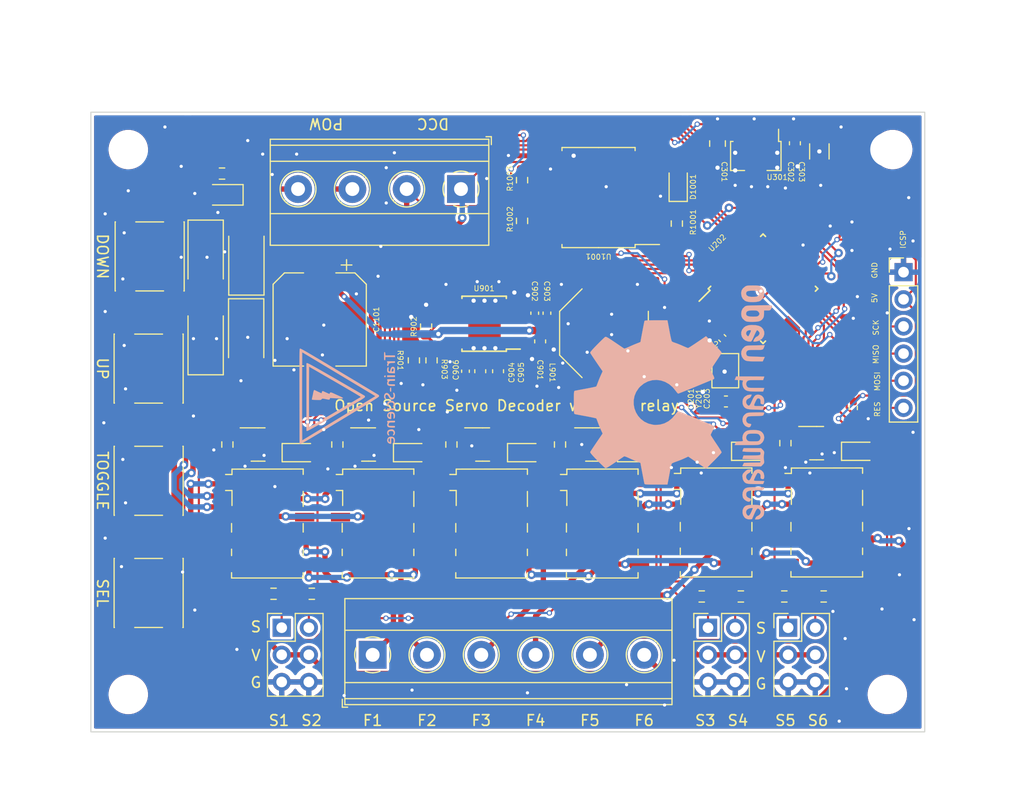
<source format=kicad_pcb>
(kicad_pcb (version 20221018) (generator pcbnew)
  (layers (0 "F.Cu" signal) (31 "B.Cu" signal) (34 "B.Paste" user) (35 "F.Paste" user) (36 "B.SilkS" user "B.Silkscreen") (37 "F.SilkS" user "F.Silkscreen") (38 "B.Mask" user) (39 "F.Mask" user) (44 "Edge.Cuts" user))
  (net 0 "")
  (net 1 "GND")
  (net 2 "Net-(D201-A)")
  (net 4 "Net-(U901-BS)")
  (net 5 "Net-(U901-SW)")
  (net 6 "Net-(U901-FB)")
  (net 9 "Net-(D1001-K)")
  (net 10 "+5V")
  (net 11 "Net-(U1001-EN)")
  (net 13 "/atmega/X1")
  (net 14 "/atmega/X2")
  (net 15 "VCC")
  (net 16 "+5VA")
  (net 17 "/atmega/LED")
  (net 18 "/DCC/DCC_B")
  (net 19 "/D_bridge/AC_1")
  (net 20 "/D_bridge/AC_2")
  (net 21 "/DCC/DCC_A")
  (net 22 "/atmega/reset")
  (net 23 "/DCC/DCC_TTL")
  (net 24 "/atmega/sw1")
  (net 25 "/atmega/sw2")
  (net 26 "/atmega/sw3")
  (net 27 "/atmega/sw4")
  (net 28 "/atmega/MOSI")
  (net 29 "/atmega/MISO")
  (net 30 "/atmega/bus2.pin1")
  (net 31 "/atmega/bus2.pin2")
  (net 32 "/atmega/bus3.pin1")
  (net 33 "/atmega/bus3.pin2")
  (net 34 "Net-(D701-A)")
  (net 35 "Net-(D702-A)")
  (net 38 "Net-(D801-A)")
  (net 39 "/atmega/bus1.pin1")
  (net 40 "/atmega/bus1.pin2")
  (net 41 "Net-(D802-A)")
  (net 42 "Net-(D901-A)")
  (net 43 "Net-(D902-A)")
  (net 47 "/servo1-2/FROG2")
  (net 51 "/servo1-2/FROG1")
  (net 55 "/servo3-4/FROG2")
  (net 59 "/servo3-4/FROG1")
  (net 63 "/servo5-6/FROG2")
  (net 67 "/servo5-6/FROG1")
  (net 68 "Net-(Q701-B)")
  (net 69 "Net-(Q702-B)")
  (net 70 "Net-(Q801-B)")
  (net 71 "Net-(Q802-B)")
  (net 72 "Net-(Q901-B)")
  (net 73 "Net-(Q902-B)")
  (net 74 "/atmega/bus1.relay1")
  (net 75 "/atmega/bus1.relay2")
  (net 76 "/atmega/bus2.relay1")
  (net 77 "/atmega/bus2.relay2")
  (net 78 "/atmega/bus3.relay1")
  (net 79 "/atmega/bus3.relay2")
  (footprint "custom_kicad_lib_sk:R_0603_smalltext" (layer "F.Cu") (at 183.769 133.604 90)
    (fp_text reference "R703" hide)
    (fp_text value "1k5")
  )
  (footprint "Diode_SMD:D_SOD-323" (layer "F.Cu") (at 211.582 134.366)
    (fp_text reference "D801" hide)
    (fp_text value "1N4148WS")
  )
  (footprint "Capacitor_SMD:C_0603_1608Metric" (layer "F.Cu") (at 213.0255 123.952 -90)
    (fp_text reference "C901")
    (fp_text value "22uF")
  )
  (footprint "Capacitor_SMD:C_0402_1005Metric" (layer "F.Cu") (at 206.0405 126.744 90)
    (fp_text reference "C906")
    (fp_text value "100nF")
  )
  (footprint "Diode_SMD:D_SMA" (layer "F.Cu") (at 185.547 116.108 90)
    (fp_text reference "D1101" hide)
    (fp_text value "SS53")
  )
  (footprint "Diode_SMD:D_SOD-323" (layer "F.Cu") (at 225.937 109.243 90)
    (fp_text reference "D1001")
    (fp_text value "1N4148WS")
  )
  (footprint "Capacitor_SMD:C_0603_1608Metric" (layer "F.Cu") (at 227.64199 126.654583 90)
    (fp_text reference "C201")
    (fp_text value "12pF")
  )
  (footprint "Relay_SMD:Relay_DPDT_Omron_G6K-2F-Y" (layer "F.Cu") (at 218.823646 141)
    (fp_text reference "K802" hide)
    (fp_text value "G6K-2F-Y-TR DC5")
  )
  (footprint "Relay_SMD:Relay_DPDT_Omron_G6K-2F-Y" (layer "F.Cu") (at 187.5 141)
    (fp_text reference "K701" hide)
    (fp_text value "G6K-2F-Y-TR DC5")
  )
  (footprint "Diode_SMD:D_SMA" (layer "F.Cu") (at 185.527 123.474 -90)
    (fp_text reference "D1103" hide)
    (fp_text value "SS53")
  )
  (footprint "Capacitor_SMD:C_0402_1005Metric" (layer "F.Cu") (at 212.5175 121.313 90)
    (fp_text reference "C902")
    (fp_text value "100nF")
  )
  (footprint "Resistor_SMD:R_0402_1005Metric_Pad0.72x0.64mm_HandSolder" (layer "F.Cu") (at 242.316 130.175 90)
    (fp_text reference "R202" hide)
    (fp_text value "10k")
  )
  (footprint "Capacitor_SMD:C_0805_2012Metric" (layer "F.Cu") (at 229.616 105.4365 -90)
    (fp_text reference "C301")
    (fp_text value "470nF")
  )
  (footprint "custom_kicad_lib_sk:R_0603_smalltext" (layer "F.Cu") (at 204.724 133.604 90)
    (fp_text reference "R803" hide)
    (fp_text value "1k5")
  )
  (footprint "Resistor_SMD:R_0603_1608Metric_Pad0.98x0.95mm_HandSolder" (layer "F.Cu") (at 183.2685 108.245 180)
    (fp_text reference "R201" hide)
    (fp_text value "6k2")
  )
  (footprint "MountingHole:MountingHole_3.2mm_M3" (layer "F.Cu") (at 245.5 106)
    (fp_text reference "REF**" hide)
    (fp_text value "MountingHole_3.2mm_M3")
  )
  (footprint "custom_kicad_lib_sk:tactile_SMD_6mm" (layer "F.Cu") (at 176.5 116 90)
    (fp_text reference "SW604" hide)
    (fp_text value "SW_Push")
  )
  (footprint "Package_SO:TI_SO-PowerPAD-8" (layer "F.Cu") (at 207.786 122.301 180)
    (fp_text reference "U901")
    (fp_text value "MT2499A")
  )
  (footprint "Relay_SMD:Relay_DPDT_Omron_G6K-2F-Y" (layer "F.Cu") (at 229.473646 140.899)
    (fp_text reference "K901" hide)
    (fp_text value "G6K-2F-Y-TR DC5")
  )
  (footprint "Capacitor_SMD:CP_Elec_8x10.5" (layer "F.Cu") (at 192.405 121.903 -90)
    (fp_text reference "C1101")
    (fp_text value "1000uF")
  )
  (footprint "custom_kicad_lib_sk:tactile_SMD_6mm" (layer "F.Cu") (at 176.403 147.5 90)
    (fp_text reference "SW601" hide)
    (fp_text value "SW_Push")
  )
  (footprint "Package_TO_SOT_SMD:SOT-23" (layer "F.Cu") (at 217.932 133.604)
    (fp_text reference "Q802" hide)
    (fp_text value "NPN_TOR")
  )
  (footprint "Resistor_SMD:R_0603_1608Metric" (layer "F.Cu") (at 201.2145 125.73 90)
    (fp_text reference "R901")
    (fp_text value "220k")
  )
  (footprint "Capacitor_SMD:C_0603_1608Metric" (layer "F.Cu") (at 209.0885 126.746 90)
    (fp_text reference "C905")
    (fp_text value "22uF")
  )
  (footprint "custom_kicad_lib_sk:R_0603_smalltext" (layer "F.Cu") (at 239.5455 147.828 180)
    (fp_text reference "R905" hide)
    (fp_text value "10k")
  )
  (footprint "custom_kicad_lib_sk:R_0603_smalltext" (layer "F.Cu") (at 194.056 133.604 90)
    (fp_text reference "R704" hide)
    (fp_text value "1k5")
  )
  (footprint "Connector_PinHeader_2.54mm:PinHeader_2x03_P2.54mm_Vertical" (layer "F.Cu") (at 236.22 150.749)
    (fp_text reference "J901" hide)
    (fp_text value "Conn_02x03_Odd_Even")
  )
  (footprint "custom_kicad_lib_sk:R_0603_smalltext" (layer "F.Cu") (at 235.966 133.477 90)
    (fp_text reference "R907" hide)
    (fp_text value "1k5")
  )
  (footprint "Capacitor_SMD:C_1206_3216Metric_Pad1.33x1.80mm_HandSolder" (layer "F.Cu") (at 239.141 106.172 -90)
    (fp_text reference "C303")
    (fp_text value "100uF")
  )
  (footprint "Connector_PinHeader_2.54mm:PinHeader_2x03_P2.54mm_Vertical" (layer "F.Cu") (at 188.849 150.749)
    (fp_text reference "J701" hide)
    (fp_text value "Conn_02x03_Odd_Even")
  )
  (footprint "Inductor_SMD:L_Bourns-SRU8028_8.0x8.0mm" (layer "F.Cu") (at 218.9945 123.19 -90)
    (fp_text reference "L901")
    (fp_text value "L")
  )
  (footprint "Package_TO_SOT_SMD:SOT-23" (layer "F.Cu") (at 228.6485 133.416)
    (fp_text reference "Q901" hide)
    (fp_text value "NPN_TOR")
  )
  (footprint "Diode_SMD:D_SOD-323" (layer "F.Cu") (at 190.5 134.366)
    (fp_text reference "D701" hide)
    (fp_text value "1N4148WS")
  )
  (footprint "Package_SO:SOP-8_6.62x9.15mm_P2.54mm" (layer "F.Cu") (at 218.487 110.49 180)
    (fp_text reference "U1001")
    (fp_text value "6N137")
  )
  (footprint "Resistor_SMD:R_0603_1608Metric" (layer "F.Cu") (at 202.3575 122.555 90)
    (fp_text reference "R902")
    (fp_text value "20k")
  )
  (footprint "MountingHole:MountingHole_3.2mm_M3" (layer "F.Cu") (at 174.5 157)
    (fp_text reference "REF**" hide)
    (fp_text value "MountingHole_3.2mm_M3")
  )
  (footprint "Connector_PinHeader_2.54mm:PinHeader_1x06_P2.54mm_Vertical" (layer "F.Cu") (at 247.015 117.475)
    (fp_text reference "J201" hide)
    (fp_text value "ICSP")
  )
  (footprint "Capacitor_SMD:C_0603_1608Metric_Pad1.08x0.95mm_HandSolder" (layer "F.Cu") (at 236.855 105.41 -90)
    (fp_text reference "C302")
    (fp_text value "100nF")
  )
  (footprint "custom_kicad_lib_sk:R_0603_smalltext" (layer "F.Cu") (at 231.7985 147.828 180)
    (fp_text reference "R802" hide)
    (fp_text value "10k")
  )
  (footprint "Diode_SMD:D_SOD-323" (layer "F.Cu") (at 200.914 134.366)
    (fp_text reference "D702" hide)
    (fp_text value "1N4148WS")
  )
  (footprint "custom_kicad_lib_sk:R_0603_smalltext" (layer "F.Cu") (at 225.81 112.926 90)
    (fp_text reference "R1001")
    (fp_text value "1k")
  )
  (footprint "Relay_SMD:Relay_DPDT_Omron_G6K-2F-Y" (layer "F.Cu") (at 197.85 141)
    (fp_text reference "K702" hide)
    (fp_text value "G6K-2F-Y-TR DC5")
  )
  (footprint "custom_kicad_lib_sk:R_0603_smalltext" (layer "F.Cu") (at 191.6665 147.574 180)
    (fp_text reference "R702" hide)
    (fp_text value "10k")
  )
  (footprint "custom_kicad_lib_sk:R_0603_smalltext" (layer "F.Cu") (at 225.6005 133.416 90)
    (fp_text reference "R906" hide)
    (fp_text value "1k5")
  )
  (footprint "custom_kicad_lib_sk:crystal_arduino" (layer "F.Cu") (at 230.56299 126.747583 -90)
    (fp_text reference "Y201")
    (fp_text value "Crystal_GND2")
  )
  (footprint "Relay_SMD:Relay_DPDT_Omron_G6K-2F-Y" (layer "F.Cu") (at 239.823646 140.899)
    (fp_text reference "K902" hide)
    (fp_text value "G6K-2F-Y-TR DC5")
  )
  (footprint "Package_TO_SOT_SMD:SOT-23" (layer "F.Cu") (at 196.977 133.604)
    (fp_text reference "Q702" hide)
    (fp_text value "NPN_TOR")
  )
  (footprint "custom_kicad_lib_sk:tactile_SMD_6mm" (layer "F.Cu") (at 176.403 137 90)
    (fp_text reference "SW602" hide)
    (fp_text value "SW_Push")
  )
  (footprint "Capacitor_SMD:C_0402_1005Metric" (layer "F.Cu") (at 213.6605 121.313 90)
    (fp_text reference "C903")
    (fp_text value "22nF")
  )
  (footprint "Diode_SMD:D_SOD-323" (layer "F.Cu") (at 221.869 134.366)
    (fp_text reference "D802" hide)
    (fp_text value "1N4148WS")
  )
  (footprint "Package_TO_SOT_SMD:SOT-89-3" (layer "F.Cu") (at 233.196 106.598 -90)
    (fp_text reference "U301")
    (fp_text value "L78L05_SOT89")
  )
  (footprint "Diode_SMD:D_SMA" (layer "F.Cu") (at 181.737 116.11 -90)
    (fp_text reference "D1102" hide)
    (fp_text value "SS53")
  )
  (footprint "Package_QFP:TQFP-32_7x7mm_P0.8mm" (layer "F.Cu") (at 233.87399 119.024583 45)
    (fp_text reference "U202")
    (fp_text value "ATmega328-A")
  )
  (footprint "Package_TO_SOT_SMD:SOT-23" (layer "F.Cu") (at 186.6415 133.604)
    (fp_text reference "Q701" hide)
    (fp_text value "NPN_TOR")
  )
  (footprint "Capacitor_SMD:C_0603_1608Metric" (layer "F.Cu") (at 230.40399 129.575583)
    (fp_text reference "C203")
    (fp_text value "12pF")
  )
  (footprint "Connector_PinHeader_2.54mm:PinHeader_2x03_P2.54mm_Vertical" (layer "F.Cu") (at 228.727 150.749)
    (fp_text reference "J801" hide)
    (fp_text value "Conn_02x03_Odd_Even")
  )
  (footprint "Diode_SMD:D_SMA" (layer "F.Cu") (at 181.737 123.569 90)
    (fp_text reference "D1104" hide)
    (fp_text value "SS53")
  )
  (footprint "TerminalBlock_Phoenix:TerminalBlock_Phoenix_MKDS-1,5-4-5.08_1x04_P5.08mm_Horizontal" (layer "F.Cu") (at 205.62 109.695 180)
    (fp_text reference "J101" hide)
    (fp_text value "Screw_Terminal_01x04")
  )
  (footprint "Resistor_SMD:R_0603_1608Metric" (layer "F.Cu") (at 202.8655 125.73 -90)
    (fp_text reference "R903")
    (fp_text value "150k")
  )
  (footprint "Package_TO_SOT_SMD:SOT-23" (layer "F.Cu") (at 238.887 133.477)
    (fp_text reference "Q902" hide)
    (fp_text value "NPN_TOR")
  )
  (footprint "custom_kicad_lib_sk:R_0603_smalltext" (layer "F.Cu") (at 235.8625 147.828)
    (fp_text reference "R904" hide)
    (fp_text value "10k")
  )
  (footprint "MountingHole:MountingHole_3.2mm_M3" (layer "F.Cu") (at 245.5 157)
    (fp_text reference "REF**" hide)
    (fp_text value "MountingHole_3.2mm_M3")
  )
  (footprint "LED_SMD:LED_0805_2012Metric_Pad1.15x1.40mm_HandSolder" (layer "F.Cu") (at 183.379 110.236 180)
    (fp_text reference "D201" hide)
    (fp_text value "LED")
  )
  (footprint "custom_kicad_lib_sk:R_0603_smalltext" (layer "F.Cu") (at 188.087 147.574)
    (fp_text reference "R701" hide)
    (fp_text value "10k")
  )
  (footprint "custom_kicad_lib_sk:R_0603_smalltext" (layer "F.Cu") (at 211.332 108.862 90)
    (fp_text reference "R1003")
    (fp_text value "10k")
  )
  (footprint "TerminalBlock_Phoenix:TerminalBlock_Phoenix_MKDS-1,5-6-5.08_1x06_P5.08mm_Horizontal" (layer "F.Cu") (at 197.358 153.289)
    (fp_text reference "J102" hide)
    (fp_text value "Screw_Terminal_01x06")
  )
  (footprint "custom_kicad_lib_sk:R_0603_smalltext" (layer "F.Cu") (at 211.332 112.672 90)
    (fp_text reference "R1002")
    (fp_text value "10k")
  )
  (footprint "custom_kicad_lib_sk:R_0603_smalltext" (layer "F.Cu") (at 214.884 133.604 90)
    (fp_text reference "R804" hide)
    (fp_text value "1k5")
  )
  (footprint "Capacitor_SMD:C_0402_1005Metric" (layer "F.Cu") (at 230.064579 123.648172 135)
    (fp_text reference "C202")
    (fp_text value "100nF")
  )
  (footprint "Diode_SMD:D_SOD-323" (layer "F.Cu") (at 232.537 134.239)
    (fp_text reference "D901" hide)
    (fp_text value "1N4148WS")
  )
  (footprint "custom_kicad_lib_sk:R_0603_smalltext" (layer "F.Cu") (at 228.139 147.828)
    (fp_text reference "R801" hide)
    (fp_text value "10k")
  )
  (footprint "Capacitor_SMD:C_0603_1608Metric" (layer "F.Cu") (at 207.4225 126.746 90)
    (fp_text reference "C904")
    (fp_text value "22uF")
  )
  (footprint "Package_TO_SOT_SMD:SOT-23" (layer "F.Cu") (at 207.645 133.604)
    (fp_text reference "Q801" hide)
    (fp_text value "NPN_TOR")
  )
  (footprint "Relay_SMD:Relay_DPDT_Omron_G6K-2F-Y" (layer "F.Cu") (at 208.473646 141)
    (fp_text reference "K801" hide)
    (fp_text value "G6K-2F-Y-TR DC5")
  )
  (footprint "custom_kicad_lib_sk:tactile_SMD_6mm" (layer "F.Cu") (at 176.403 126.5 90)
    (fp_text reference "SW603" hide)
    (fp_text value "SW_Push")
  )
  (footprint "MountingHole:MountingHole_3.2mm_M3" (layer "F.Cu") (at 174.5 106)
    (fp_text reference "REF**" hide)
    (fp_text value "MountingHole_3.2mm_M3")
  )
  (footprint "Diode_SMD:D_SOD-323" (layer "F.Cu") (at 242.824 134.239)
    (fp_text reference "D902" hide)
    (fp_text value "1N4148WS")
  )
  (footprint "custom_kicad_lib_sk:Train-Science logo small" (layer "B.Cu") (at 195.072 129.159 -90)
    (fp_text reference "G***" hide)
    (fp_text value "LOGO" hide)
  )
  (footprint "Symbol:OSHW-Logo2_24.3x20mm_SilkScreen" (layer "B.Cu") (at 225.425 129.667 -90)
    (fp_text reference "REF**" hide)
    (fp_text value "OSHW-Logo2_24.3x20mm_SilkScreen" hide)
  )
  (gr_rect (start 171 102.5) (end 249 160.5) (stroke (width 0.1)) (fill none) (layer "Edge.Cuts"))
  (gr_text "ICSP" (at 247.269 115.316 90) (layer "F.SilkS") (effects (font (size 0.5 0.5) (thickness 0.075)) (justify left bottom)))
  (gr_text "UP" (at 171.5 126.5 270) (layer "F.SilkS") (effects (font (size 1 1)) (justify bottom)))
  (gr_text "S6" (at 239.014 160.02) (layer "F.SilkS") (effects (font (size 1 1)) (justify bottom)))
  (gr_text "S" (at 233.68 151.384) (layer "F.SilkS") (effects (font (size 1 1)) (justify bottom)))
  (gr_text "MISO" (at 244.729 126.111 90) (layer "F.SilkS") (effects (font (size 0.5 0.5) (thickness 0.075)) (justify left bottom)))
  (gr_text "TOGGLE" (at 171.5 137 270) (layer "F.SilkS") (effects (font (size 1 1)) (justify bottom)))
  (gr_text "V" (at 186.436 153.924) (layer "F.SilkS") (effects (font (size 1 1)) (justify bottom)))
  (gr_text "DOWN" (at 171.5 116 270) (layer "F.SilkS") (effects (font (size 1 1)) (justify bottom)))
  (gr_text "SEL" (at 171.5 147.5 270) (layer "F.SilkS") (effects (font (size 1 1)) (justify bottom)))
  (gr_text "S5" (at 235.966 160.02) (layer "F.SilkS") (effects (font (size 1 1)) (justify bottom)))
  (gr_text "F6\n" (at 222.758 160.02) (layer "F.SilkS") (effects (font (size 1 1)) (justify bottom)))
  (gr_text "S4" (at 231.521 160.02) (layer "F.SilkS") (effects (font (size 1 1)) (justify bottom)))
  (gr_text "S1" (at 188.595 160.02) (layer "F.SilkS") (effects (font (size 1 1)) (justify bottom)))
  (gr_text "5V" (at 244.602 120.396 90) (layer "F.SilkS") (effects (font (size 0.5 0.5) (thickness 0.075)) (justify left bottom)))
  (gr_text "V" (at 233.68 154.051) (layer "F.SilkS") (effects (font (size 1 1)) (justify bottom)))
  (gr_text "F2" (at 202.438 160.02) (layer "F.SilkS") (effects (font (size 1 1)) (justify bottom)))
  (gr_text "F4" (at 212.598 160.02) (layer "F.SilkS") (effects (font (size 1 1)) (justify bottom)))
  (gr_text "F1" (at 197.358 160.02) (layer "F.SilkS") (effects (font (size 1 1)) (justify bottom)))
  (gr_text "SCK" (at 244.729 123.444 90) (layer "F.SilkS") (effects (font (size 0.5 0.5) (thickness 0.075)) (justify left bottom)))
  (gr_text "G" (at 186.436 156.464) (layer "F.SilkS") (effects (font (size 1 1)) (justify bottom)))
  (gr_text "GND" (at 244.602 118.11 90) (layer "F.SilkS") (effects (font (size 0.5 0.5) (thickness 0.075)) (justify left bottom)))
  (gr_text "S" (at 186.436 151.257) (layer "F.SilkS") (effects (font (size 1 1)) (justify bottom)))
  (gr_text "S2\n" (at 191.643 160.02) (layer "F.SilkS") (effects (font (size 1 1)) (justify bottom)))
  (gr_text "F3\n" (at 207.518 160.02) (layer "F.SilkS") (effects (font (size 1 1)) (justify bottom)))
  (gr_text "Open Source Servo Decoder w/ frog relay" (at 193.675 130.556) (layer "F.SilkS") (effects (font (size 1 1)) (justify left bottom)))
  (gr_text "RES" (at 244.856 131.064 90) (layer "F.SilkS") (effects (font (size 0.5 0.5) (thickness 0.075)) (justify left bottom)))
  (gr_text "F5" (at 217.678 160.02) (layer "F.SilkS") (effects (font (size 1 1)) (justify bottom)))
  (gr_text "G" (at 233.68 156.591) (layer "F.SilkS") (effects (font (size 1 1)) (justify bottom)))
  (gr_text "DCC" (at 203 103 180) (layer "F.SilkS") (effects (font (size 1 1)) (justify bottom)))
  (gr_text "S3" (at 228.473 160.02) (layer "F.SilkS") (effects (font (size 1 1)) (justify bottom)))
  (gr_text "POW\n" (at 193 103 180) (layer "F.SilkS") (effects (font (size 1 1)) (justify bottom)))
  (gr_text "MOSI" (at 244.856 128.651 90) (layer "F.SilkS") (effects (font (size 0.5 0.5) (thickness 0.075)) (justify left bottom)))
  (segment (start 237.397887 114.935) (end 236.596351 115.736536) (width 0.2) (layer "F.Cu") (net 1))
  (segment (start 214.2955 124.714) (end 213.0385 124.714) (width 0.7) (layer "F.Cu") (net 1))
  (segment (start 202.3575 120.523) (end 202.3325 120.548) (width 1) (layer "F.Cu") (net 1))
  (segment (start 229.719741 121.181259) (end 228.854 122.047) (width 0.2) (layer "F.Cu") (net 1))
  (segment (start 230.020258 121.181259) (end 229.719741 121.181259) (width 0.2) (layer "F.Cu") (net 1))
  (segment (start 208.8855 126.174) (end 208.1995 126.174) (width 1) (layer "F.Cu") (net 1))
  (segment (start 206.8025 120.142) (end 206.8025 124.587) (width 1) (layer "F.Cu") (net 1))
  (segment (start 231.29299 125.897583) (end 230.40899 126.781583) (width 0.25) (layer "F.Cu") (net 1))
  (segment (start 206.0405 126.174) (end 206.8025 125.412) (width 1) (layer "F.Cu") (net 1))
  (segment (start 207.8185 124.587) (end 207.8185 125.575) (width 1) (layer "F.Cu") (net 1))
  (segment (start 207.8185 125.575) (end 207.4225 125.971) (width 1) (layer "F.Cu") (net 1))
  (segment (start 229.02499 127.429583) (end 229.39299 127.797583) (width 0.25) (layer "F.Cu") (net 1))
  (segment (start 202.3325 120.548) (end 202.3325 121.73) (width 1) (layer "F.Cu") (net 1))
  (segment (start 210.566 120.396) (end 209.0885 120.396) (width 1) (layer "F.Cu") (net 1))
  (segment (start 231.29299 125.597583) (end 231.29299 125.897583) (width 0.25) (layer "F.Cu") (net 1))
  (segment (start 208.8345 125.717) (end 209.0885 125.971) (width 1) (layer "F.Cu") (net 1))
  (segment (start 229.725168 123.308761) (end 230.155498 123.308761) (width 0.2) (layer "F.Cu") (net 1))
  (segment (start 211.5785 126.174) (end 208.1995 126.174) (width 0.7) (layer "F.Cu") (net 1))
  (segment (start 209.0885 125.971) (end 208.8855 126.174) (width 1) (layer "F.Cu") (net 1))
  (segment (start 213.0385 124.714) (end 213.0255 124.727) (width 0.7) (layer "F.Cu") (net 1))
  (segment (start 237.617 114.935) (end 237.397887 114.935) (width 0.2) (layer "F.Cu") (net 1))
  (segment (start 229.62899 128.033583) (end 229.39299 127.797583) (width 0.25) (layer "F.Cu") (net 1))
  (segment (start 208.1995 126.174) (end 206.0405 126.174) (width 1) (layer "F.Cu") (net 1))
  (segment (start 201.0245 121.73) (end 200.9605 121.666) (width 0.7) (layer "F.Cu") (net 1))
  (segment (start 208.8345 124.587) (end 208.8345 125.717) (width 1) (layer "F.Cu") (net 1))
  (segment (start 229.431812 123.308761) (end 228.87999 123.860583) (width 0.2) (layer "F.Cu") (net 1))
  (segment (start 230.27699 126.913583) (end 229.39299 127.797583) (width 0.25) (layer "F.Cu") (net 1))
  (segment (start 230.40899 126.781583) (end 230.27699 126.781583) (width 0.25) (layer "F.Cu") (net 1))
  (segment (start 229.62899 129.575583) (end 229.62899 128.033583) (width 0.25) (layer "F.Cu") (net 1))
  (segment (start 230.27699 126.781583) (end 230.27699 126.913583) (width 0.25) (layer "F.Cu") (net 1))
  (segment (start 206.8025 125.412) (end 206.8025 124.587) (width 1) (layer "F.Cu") (net 1))
  (segment (start 207.8185 124.587) (end 207.8185 120.142) (width 1) (layer "F.Cu") (net 1))
  (segment (start 213.0255 124.727) (end 211.5785 126.174) (width 0.7) (layer "F.Cu") (net 1))
  (segment (start 208.8345 120.142) (end 208.8345 124.587) (width 1) (layer "F.Cu") (net 1))
  (segment (start 202.3575 121.73) (end 201.0245 121.73) (width 0.7) (layer "F.Cu") (net 1))
  (segment (start 230.155498 123.308761) (end 231.151629 122.31263) (width 0.2) (layer "F.Cu") (net 1))
  (segment (start 229.725168 123.308761) (end 229.431812 123.308761) (width 0.2) (layer "F.Cu") (net 1))
  (segment (start 227.64199 127.429583) (end 229.02499 127.429583) (width 0.25) (layer "F.Cu") (net 1))
  (segment (start 209.0885 120.396) (end 208.8345 120.142) (width 1) (layer "F.Cu") (net 1))
  (via (at 182.499 134.112) (size 0.5) (drill 0.3) (layers "F.Cu" "B.Cu") (net 1))
  (via (at 241.554 151.765) (size 0.5) (drill 0.3) (layers "F.Cu" "B.Cu") (net 1))
  (via (at 228.24499 128.686583) (size 0.8) (drill 0.4) (layers "F.Cu" "B.Cu") (net 1))
  (via (at 242.189 112.776) (size 0.5) (drill 0.3) (layers "F.Cu" "B.Cu") (net 1))
  (via (at 219.202 109.474) (size 0.5) (drill 0.3) (layers "F.Cu" "B.Cu") (net 1))
  (via (at 177.927 103.886) (size 0.5) (drill 0.3) (layers "F.Cu" "B.Cu") (net 1))
  (via (at 189.357 123.698) (size 0.5) (drill 0.3) (layers "F.Cu" "B.Cu") (net 1))
  (via (at 187.071 106.426) (size 0.5) (drill 0.3) (layers "F.Cu" "B.Cu") (net 1))
  (via (at 208.8345 124.587) (size 0.8) (drill 0.4) (layers "F.Cu" "B.Cu") (net 1))
  (via (at 240.157 113.157) (size 0.5) (drill 0.3) (layers "F.Cu" "B.Cu") (net 1))
  (via (at 182.88 111.887) (size 0.5) (drill 0.3) (layers "F.Cu" "B.Cu") (net 1))
  (via (at 187.96 108.331) (size 0.5) (drill 0.3) (layers "F.Cu" "B.Cu") (net 1))
  (via (at 187.198 134.62) (size 0.5) (drill 0.3) (layers "F.Cu" "B.Cu") (net 1))
  (via (at 215.011 118.618) (size 0.5) (drill 0.3) (layers "F.Cu" "B.Cu") (net 1))
  (via (at 172.212 131.572) (size 0.5) (drill 0.3) (layers "F.Cu" "B.Cu") (net 1))
  (via (at 219.71 121.412) (size 0.5) (drill 0.3) (layers "F.Cu" "B.Cu") (net 1))
  (via (at 214.757 128.27) (size 0.5) (drill 0.3) (layers "F.Cu" "B.Cu") (net 1))
  (via (at 204.216 118.618) (size 0.5) (drill 0.3) (layers "F.Cu" "B.Cu") (net 1))
  (via (at 248 150) (size 0.5) (drill 0.3) (layers "F.Cu" "B.Cu") (net 1))
  (via (at 190.246 106.426) (size 0.5) (drill 0.3) (layers "F.Cu" "B.Cu") (net 1))
  (via (at 207.137 118.364) (size 0.5) (drill 0.3) (layers "F.Cu" "B.Cu") (net 1))
  (via (at 198.628 110.998) (size 0.5) (drill 0.3) (layers "F.Cu" "B.Cu") (net 1))
  (via (at 204.597 125.857) (size 0.5) (drill 0.3) (layers "F.Cu" "B.Cu") (net 1))
  (via (at 243.713 131.191) (size 0.5) (drill 0.3) (layers "F.Cu" "B.Cu") (net 1))
  (via (at 192.786 132.207) (size 0.5) (drill 0.3) (layers "F.Cu" "B.Cu") (net 1))
  (via (at 174.117 113.792) (size 0.5) (drill 0.3) (layers "F.Cu" "B.Cu") (net 1))
  (via (at 235.204 106.299) (size 0.8) (drill 0.4) (layers "F.Cu" "B.Cu") (net 1))
  (via (at 227.711 135.255) (size 0.5) (drill 0.3) (layers "F.Cu" "B.Cu") (net 1))
  (via (at 241.681 156.464) (size 0.5) (drill 0.3) (layers "F.Cu" "B.Cu") (net 1))
  (via (at 172.339 121.158) (size 0.5) (drill 0.3) (layers "F.Cu" "B.Cu") (net 1))
  (via (at 201.676 132.207) (size 0.5) (drill 0.3) (layers "F.Cu" "B.Cu") (net 1))
  (via (at 230.27699 126.781583) (size 0.8) (drill 0.4) (layers "F.Cu" "B.Cu") (net 1))
  (via (at 204.343 130.556) (size 0.5) (drill 0.3) (layers "F.Cu" "B.Cu") (net 1))
  (via (at 173.99 135.001) (size 0.5) (drill 0.3) (layers "F.Cu" "B.Cu") (net 1))
  (via (at 173.99 118.11) (size 0.5) (drill 0.3) (layers "F.Cu" "B.Cu") (net 1))
  (via (at 240.538 134.366) (size 0.5) (drill 0.3) (layers "F.Cu" "B.Cu") (net 1))
  (via (at 233.045 103.124) (size 0.5) (drill 0.3) (layers "F.Cu" "B.Cu") (net 1))
  (via (at 229.235 134.366) (size 0.5) (drill 0.3) (layers "F.Cu" "B.Cu") (net 1))
  (via (at 242.316 121.793) (size 0.5) (drill 0.3) (layers "F.Cu" "B.Cu") (net 1))
  (via (at 192.659 125.222) (size 0.5) (drill 0.3) (layers "F.Cu" "B.Cu") (net 1))
  (via (at 194.691 157.099) (size 0.5) (drill 0.3) (layers "F.Cu" "B.Cu") (net 1))
  (via (at 228.092 136.271) (size 0.5) (drill 0.3) (layers "F.Cu" "B.Cu") (net 1))
  (via (at 174.244 128.397) (size 0.5) (drill 0.3) (layers "F.Cu" "B.Cu") (net 1))
  (via (at 206.8025 120.142) (size 0.8) (drill 0.4) (layers "F.Cu" "B.Cu") (net 1))
  (via (at 183.515 115.57) (size 0.5) (drill 0.3) (layers "F.Cu" "B.Cu") (net 1))
  (via (at 215.646 122.301) (size 0.5) (drill 0.3) (layers "F.Cu" "B.Cu") (net 1))
  (via (at 195.707 135.636) (size 0.5) (drill 0.3) (layers "F.Cu" "B.Cu") (net 1))
  (via (at 228.87999 123.860583) (size 0.8) (drill 0.4) (layers "F.Cu" "B.Cu") (net 1))
  (via (at 221.107 156.083) (size 0.5) (drill 0.3) (layers "F.Cu" "B.Cu") (net 1))
  (via (at 239.141 106.172) (size 0.8) (drill 0.4) (layers "F.Cu" "B.Cu") (net 1))
  (via (at 231.267 106.299) (size 0.8) (drill 0.4) (layers "F.Cu" "B.Cu") (net 1))
  (via (at 224.663 157.988) (size 0.5) (drill 0.3) (layers "F.Cu" "B.Cu") (net 1))
  (via (at 174.117 124.333) (size 0.5) (drill 0.3) (layers "F.Cu" "B.Cu") (net 1))
  (via (at 200.025 127.889) (size 0.5) (drill 0.3) (layers "F.Cu" "B.Cu") (net 1))
  (via (at 207.8185 120.142) (size 0.8) (drill 0.4) (layers "F.Cu" "B.Cu") (net 1))
  (via (at 179.578 145.542) (size 0.5) (drill 0.3) (layers "F.Cu" "B.Cu") (net 1))
  (via (at 201.041 156.591) (size 0.5) (drill 0.3) (layers "F.Cu" "B.Cu") (net 1))
  (via (at 212.725 128.143) (size 0.5) (drill 0.3) (layers "F.Cu" "B.Cu") (net 1))
  (via (at 207.8185 124.587) (size 0.8) (drill 0.4) (layers "F.Cu" "B.Cu") (net 1))
  (via (at 221.234 124.841) (size 0.5) (drill 0.3) (layers "F.Cu" "B.Cu") (net 1))
  (via (at 245.491 121.285) (size 0.5) (drill 0.3) (layers "F.Cu" "B.Cu") (net 1))
  (via (at 209.169 118.364) (size 0.5) (drill 0.3) (layers "F.Cu" "B.Cu") (net 1))
  (via (at 225.298 135.763) (size 0.5) (drill 0.3) (layers "F.Cu" "B.Cu") (net 1))
  (via (at 193.167 135.89) (size 0.5) (drill 0.3) (layers "F.Cu" "B.Cu") (net 1))
  (via (at 245.745 115.316) (size 0.5) (drill 0.3) (layers "F.Cu" "B.Cu") (net 1))
  (via (at 222.123 118.618) (size 0.5) (drill 0.3) (layers "F.Cu" "B.Cu") (net 1))
  (via (at 180.721 149.098) (size 0.5) (drill 0.3) (layers "F.Cu" "B.Cu") (net 1))
  (via (at 200.9605 121.666) (size 0.8) (drill 0.4) (layers "F.Cu" "B.Cu") (net 1))
  (via (at 179.451 116.078) (size 0.5) (drill 0.3) (layers "F.Cu" "B.Cu") (net 1))
  (via (at 237.871 135.255) (size 0.5) (drill 0.3) (layers "F.Cu" "B.Cu") (net 1))
  (via (at 219.71 123.317) (size 0.5) (drill 0.3) (layers "F.Cu" "B.Cu") (net 1))
  (via (at 239.268 109.347) (size 0.5) (drill 0.3) (layers "F.Cu" "B.Cu") (net 1))
  (via (at 208.8345 120.142) (size 0.8) (drill 0.4) (layers "F.Cu" "B.Cu") (net 1))
  (via (at 205.232 128.524) (size 0.5) (drill 0.3) (layers "F.Cu" "B.Cu") (net 1))
  (via (at 224.282 110.363) (size 0.5) (drill 0.3) (layers "F.Cu" "B.Cu") (net 1))
  (via (at 237.617 114.935) (size 0.5) (drill 0.3) (layers "F.Cu" "B.Cu") (net 1))
  (via (at 235.966 135.763) (size 0.5) (drill 0.3) (layers "F.Cu" "B.Cu") (net 1))
  (via (at 225.552 153.797) (size 0.5) (drill 0.3) (layers "F.Cu" "B.Cu") (net 1))
  (via (at 245 149) (size 0.5) (drill 0.3) (layers "F.Cu" "B.Cu") (net 1))
  (via (at 228.854 122.047) (size 0.5) (drill 0.3) (layers "F.Cu" "B.Cu") (net 1))
  (via (at 211.836 156.845) (size 0.5) (drill 0.3) (layers "F.Cu" "B.Cu") (net 1))
  (via (at 215.138 125.984) (size 0.5) (drill 0.3) (layers "F.Cu" "B.Cu") (net 1))
  (via (at 247.904 114.554) (size 0.5) (drill 0.3) (layers "F.Cu" "B.Cu") (net 1))
  (via (at 185.039 127.635) (size 0.5) (drill 0.3) (layers "F.Cu" "B.Cu") (net 1))
  (via (at 242.189 115.443) (size 0.5) (drill 0.3) (layers "F.Cu" "B.Cu") (net 1))
  (via (at 198.628 107.696) (size 0.5) (drill 0.3) (layers "F.Cu" "B.Cu") (net 1))
  (via (at 188.214 137.541) (size 0.5) (drill 0.3) (layers "F.Cu" "B.Cu") (net 1))
  (via (at 172.339 142.367) (size 0.5) (drill 0.3) (layers "F.Cu" "B.Cu") (net 1))
  (via (at 198.12 115.062) (size 0.5) (drill 0.3) (layers "F.Cu" "B.Cu") (net 1))
  (via (at 234.315 109.474) (size 0.5) (drill 0.3) (layers "F.Cu" "B.Cu") (net 1))
  (via (at 208.026 108.712) (size 0.5) (drill 0.3) (layers "F.Cu" "B.Cu") (net 1))
  (via (at 211.8825 119.634) (size 0.8) (drill 0.4) (layers "F.Cu" "B.Cu") (net 1))
  (via (at 225.806 128.016) (size 0.5) (drill 0.3) (layers "F.Cu" "B.Cu") (net 1))
  (via (at 189.992 126.619) (size 0.5) (drill 0.3) (layers "F.Cu" "B.Cu") (net 1))
  (via (at 180.594 123.698) (size 0.5) (drill 0.3) (layers "F.Cu" "B.Cu") (net 1))
  (via (at 180.594 130.937) (size 0.5) (drill 0.3) (layers "F.Cu" "B.Cu") (net 1))
  (via (at 222.758 127.254) (size 0.5) (drill 0.3) (layers "F.Cu" "B.Cu") (net 1))
  (via (at 216.158 106.576) (size 0.8) (drill 0.4) (layers "F.Cu" "B.Cu") (net 1))
  (via (at 197.866 117.856) (size 0.5) (drill 0.3) (layers "F.Cu" "B.Cu") (net 1))
  (via (at 247.5 110.5) (size 0.5) (drill 0.3) (layers "F.Cu" "B.Cu") (net 1))
  (via (at 238.252 136.271) (size 0.5) (drill 0.3) (layers "F.Cu" "B.Cu") (net 1))
  (via (at 174.244 139.065) (size 0.5) (drill 0.3) (layers "F.Cu" "B.Cu") (net 1))
  (via (at 184.658 152.781) (size 0.5) (drill 0.3) (layers "F.Cu" "B.Cu") (net 1))
  (via (at 182.753 123.698) (size 0.5) (drill 0.3) (layers "F.Cu" "B.Cu") (net 1))
  (via (at 185.674 123.571) (size 0.5) (drill 0.3) (layers "F.Cu" "B.Cu") (net 1))
  (via (at 180.721 110.109) (size 0.5) (drill 0.3) (layers "F.Cu" "B.Cu") (net 1))
  (via (at 181.864 116.078) (size 0.5) (drill 0.3) (layers "F.Cu" "B.Cu") (net 1))
  (via (at 216.916 133.604) (size 0.5) (drill 0.3) (layers "F.Cu" "B.Cu") (net 1))
  (via (at 202.057 128.016) (size 0.5) (drill 0.3) (layers "F.Cu" "B.Cu") (net 1))
  (via (at 214.2955 124.714) (size 0.8) (drill 0.4) (layers "F.Cu" "B.Cu") (net 1))
  (via (at 192.786 122.428) (size 0.5) (drill 0.3) (layers "F.Cu" "B.Cu") (net 1))
  (via (at 241.173 103.886) (size 0.5) (drill 0.3) (layers "F.Cu" "B.Cu") (net 1))
  (via (at 174.498 109.855) (size 0.5) (drill 0.3) (layers "F.Cu" "B.Cu") (net 1))
  (via (at 196.977 131.318) (size 0.5) (drill 0.3) (layers "F.Cu" "B.Cu") (net 1))
  (via (at 224.663 120.777) (size 0.5) (drill 0.3) (layers "F.Cu" "B.Cu") (net 1))
  (via (at 237.109 107.569) (size 0.8) (drill 0.4) (layers "F.Cu" "B.Cu") (net 1))
  (via (at 239.395 134.493) (size 0.5) (drill 0.3) (layers "F.Cu" "B.Cu") (net 1))
  (via (at 236.728 103.124) (size 0.5) (drill 0.3) (layers "F.Cu" "B.Cu") (net 1))
  (via (at 173.863 145.034) (size 0.5) (drill 0.3) (layers "F.Cu" "B.Cu") (net 1))
  (via (at 231.267 109.347) (size 0.5) (drill 0.3) (layers "F.Cu" "B.Cu") (net 1))
  (via (at 235.204 107.696) (size 0.8) (drill 0.4) (layers "F.Cu" "B.Cu") (net 1))
  (via (at 231.267 107.95) (size 0.8) (drill 0.4) (layers "F.Cu" "B.Cu") (net 1))
  (via (at 247.904 132.461) (size 0.5) (drill 0.3) (layers "F.Cu" "B.Cu") (net 1))
  (via (at 199.39 106.299) (size 0.5) (drill 0.3) (layers "F.Cu" "B.Cu") (net 1))
  (via (at 229.616 103.124) (size 0.5) (drill 0.3) (layers "F.Cu" "B.Cu") (net 1))
  (via (at 198.501 129.794) (size 0.5) (drill 0.3) (layers "F.Cu" "B.Cu") (net 1))
  (via (at 179.451 107.569) (size 0.5) (drill 0.3) (layers "F.Cu" "B.Cu") (net 1))
  (via (at 217.424 124.968) (size 0.5) (drill 0.3) (layers "F.Cu" "B.Cu") (net 1))
  (via (at 210.058 106.553) (size 0.5) (drill 0.3) (layers "F.Cu" "B.Cu") (net 1))
  (via (at 235.966 109.601) (size 0.5) (drill 0.3) (layers "F.Cu" "B.Cu") (net 1))
  (via (at 202.3575 120.523) (size 0.8) (drill 0.4) (layers "F.Cu" "B.Cu") (net 1))
  (via (at 185.674 105.156) (size 0.5) (drill 0.3) (layers "F.Cu" "B.Cu") (net 1))
  (via (at 229.616 107.696) (size 0.8) (drill 0.4) (layers "F.Cu" "B.Cu") (net 1))
  (via (at 212.2635 125.603) (size 0.8) (drill 0.4) (layers "F.Cu" "B.Cu") (net 1))
  (via (at 172.339 112.014) (size 0.5) (drill 0.3) (layers "F.Cu" "B.Cu") (net 1))
  (via (at 206.8025 124.587) (size 0.8) (drill 0.4) (layers "F.Cu" "B.Cu") (net 1))
  (via (at 240.411 149.225) (size 0.5) (drill 0.3) (layers "F.Cu" "B.Cu") (net 1))
  (via (at 242.697 119.761) (size 0.5) (drill 0.3) (layers "F.Cu" "B.Cu") (net 1))
  (via (at 206.629 133.731) (size 0.5) (drill 0.3) (layers "F.Cu" "B.Cu") (net 1))
  (via (at 210.6125 119.38) (size 0.8) (drill 0.4) (layers "F.Cu" "B.Cu") (net 1))
  (via (at 213.995 107.823) (size 0.5) (drill 0.3) (layers "F.Cu" "B.Cu") (net 1))
  (via (at 247.523 141.478) (size 0.5) (drill 0.3) (layers "F.Cu" "B.Cu") (net 1))
  (via (at 185.42 135.636) (size 0.5) (drill 0.3) (layers "F.Cu" "B.Cu") (net 1))
  (via (at 197.485 134.62) (size 0.5) (drill 0.3) (layers "F.Cu" "B.Cu") (net 1))
  (via (at 232.791 109.474) (size 0.5) (drill 0.3) (layers "F.Cu" "B.Cu") (net 1))
  (via (at 246.634 145.796) (size 0.5) (drill 0.3) (layers "F.Cu" "B.Cu") (net 1))
  (via (at 241 159.5) (size 0.5) (drill 0.3) (layers "F.Cu" "B.Cu") (net 1))
  (via (at 195.834 119.507) (size 0.5) (drill 0.3) (layers "F.Cu" "B.Cu") (net 1))
  (via (at 188.214 125.73) (size 0.5) (drill 0.3) (layers "F.Cu" "B.Cu") (net 1))
  (segment (start 182.356 110.234) (end 182.354 110.236) (width 0.2) (layer "F.Cu") (net 2))
  (segment (start 182.356 108.245) (end 182.356 110.234) (width 0.2) (layer "F.Cu") (net 2))
  (segment (start 213.6605 121.793) (end 212.5175 121.793) (width 0.25) (layer "F.Cu") (net 4))
  (segment (start 213.503317 123.952) (end 212.1365 123.952) (width 0.25) (layer "F.Cu") (net 4))
  (segment (start 213.8255 121.958) (end 213.8255 123.629817) (width 0.25) (layer "F.Cu") (net 4))
  (segment (start 211.8825 124.206) (end 212.1365 123.952) (width 0.25) (layer "F.Cu") (net 4))
  (segment (start 210.566 124.206) (end 211.8825 124.206) (width 0.25) (layer "F.Cu") (net 4))
  (segment (start 213.6605 121.793) (end 213.8255 121.958) (width 0.25) (layer "F.Cu") (net 4))
  (segment (start 213.8255 123.629817) (end 213.503317 123.952) (width 0.25) (layer "F.Cu") (net 4))
  (segment (start 210.566 121.666) (end 211.358693 121.666) (width 0.7) (layer "F.Cu") (net 5))
  (segment (start 212.191693 120.833) (end 212.5175 120.833) (width 0.7) (layer "F.Cu") (net 5))
  (segment (start 211.358693 121.666) (end 212.191693 120.833) (width 0.7) (layer "F.Cu") (net 5))
  (segment (start 216.7795 120.833) (end 218.3225 119.29) (width 0.7) (layer "F.Cu") (net 5))
  (segment (start 212.5175 120.833) (end 213.6605 120.833) (width 0.7) (layer "F.Cu") (net 5))
  (segment (start 218.3225 119.29) (end 218.9945 119.29) (width 0.7) (layer "F.Cu") (net 5))
  (segment (start 213.6605 120.833) (end 216.7795 120.833) (width 0.7) (layer "F.Cu") (net 5))
  (segment (start 202.8655 124.905) (end 202.8655 123.888) (width 0.25) (layer "F.Cu") (net 6))
  (segment (start 202.8655 123.888) (end 202.3575 123.38) (width 0.25) (layer "F.Cu") (net 6))
  (segment (start 202.3575 123.38) (end 203.1575 122.58) (width 0.25) (layer "F.Cu") (net 6))
  (segment (start 203.1575 122.58) (end 203.1575 121.628) (width 0.25) (layer "F.Cu") (net 6))
  (segment (start 202.8655 124.905) (end 201.2145 124.905) (width 0.25) (layer "F.Cu") (net 6))
  (segment (start 203.1575 121.628) (end 204.3895 120.396) (width 0.25) (layer "F.Cu") (net 6))
  (segment (start 204.3895 120.396) (end 205.006 120.396) (width 0.25) (layer "F.Cu") (net 6))
  (segment (start 225.937 110.293) (end 225.937 111.8865) (width 0.25) (layer "F.Cu") (net 9))
  (segment (start 225.5565 111.76) (end 225.81 112.0135) (width 0.25) (layer "F.Cu") (net 9))
  (segment (start 223.012 111.76) (end 225.5565 111.76) (width 0.25) (layer "F.Cu") (net 9))
  (segment (start 225.937 111.8865) (end 225.81 112.0135) (width 0.25) (layer "F.Cu") (net 9))
  (segment (start 231.902 121.031) (end 231.301887 121.031) (width 0.25) (layer "F.Cu") (net 10))
  (segment (start 239.408 147.053) (end 243.160314 147.053) (width 0.2) (layer "F.Cu") (net 10))
  (segment (start 211.455 104.6495) (end 207.3895 104.6495) (width 0.2) (layer "F.Cu") (net 10))
  (segment (start 231.717314 122.878315) (end 231.513258 122.878315) (width 0.25) (layer "F.Cu") (net 10))
  (segment (start 239.141 104.6095) (end 234.7345 104.6095) (width 0.5) (layer "F.Cu") (net 10))
  (segment (start 226.314 150.636) (end 226.314 148.10805) (width 0.2) (layer "F.Cu") (net 10))
  (segment (start 231.743346 152.139) (end 231.750346 152.146) (width 0.2) (layer "F.Cu") (net 10))
  (segment (start 215.176429 111.11) (end 212.6675 111.11) (width 0.25) (layer "F.Cu") (net 10))
  (segment (start 242.8685 129.025) (end 242.316 129.5775) (width 0.2) (layer "F.Cu") (net 10))
  (segment (start 232.41 121.285) (end 232.156 121.285) (width 0.2) (layer "F.Cu") (net 10))
  (segment (start 231.301887 121.031) (end 230.585943 121.746944) (width 0.25) (layer "F.Cu") (net 10))
  (segment (start 238.293407 117.433593) (end 236.855 118.872) (width 0.2) (layer "F.Cu") (net 10))
  (segment (start 238.633 147.828) (end 236.775 147.828) (width 0.2) (layer "F.Cu") (net 10))
  (segment (start 243.801314 132.48) (end 245.599 134.277686) (width 0.2) (layer "F.Cu") (net 10))
  (segment (start 241.046 114.173) (end 240.792 114.427) (width 0.2) (layer "F.Cu") (net 10))
  (segment (start 234.823 118.872) (end 232.41 121.285) (width 0.2) (layer "F.Cu") (net 10))
  (segment (start 239.014 104.6095) (end 240.2455 104.6095) (width 0.2) (layer "F.Cu") (net 10))
  (segment (start 240.2455 104.6095) (end 241.046 105.41) (width 0.2) (layer "F.Cu") (net 10))
  (segment (start 216.281427 115.824427) (end 214.757 114.3) (width 0.2) (layer "F.Cu") (net 10))
  (segment (start 198.6005 149.86) (end 193.904346 149.86) (width 0.2) (layer "F.Cu") (net 10))
  (segment (start 236.855 118.872) (end 234.823 118.872) (width 0.2) (layer "F.Cu") (net 10))
  (segment (start 241.046 105.41) (end 241.046 114.173) (width 0.2) (layer "F.Cu") (net 10))
  (segment (start 232.41 121.539) (end 232.156 121.285) (width 0.25) (layer "F.Cu") (net 10))
  (segment (start 210.312 149.479) (end 209.948 149.843) (width 0.2) (layer "F.Cu") (net 10))
  (segment (start 207.3895 104.6495) (end 207.01 105.029) (width 0.2) (layer "F.Cu") (net 10))
  (segment (start 214.757 114.3) (end 213.962 114.3) (width 0.2) (layer "F.Cu") (net 10))
  (segment (start 237.49 148.543) (end 236.775 147.828) (width 0.2) (layer "F.Cu") (net 10))
  (segment (start 230.117 151.885) (end 230.371 152.139) (width 0.2) (layer "F.Cu") (net 10))
  (segment (start 213.962 114.3) (end 214.784 114.3) (width 0.25) (layer "F.Cu") (net 10))
  (segment (start 245.4715 141.7325) (end 245.599 141.605) (width 0.2) (layer "F.Cu") (net 10))
  (segment (start 230.117 151.885) (end 230.103 151.899) (width 0.2) (layer "F.Cu") (net 10))
  (segment (start 210.312 107.823) (end 210.312 108.7545) (width 0.2) (layer "F.Cu") (net 10))
  (segment (start 238.633 147.828) (end 239.408 147.053) (width 0.2) (layer "F.Cu") (net 10))
  (segment (start 237.49 151.779) (end 237.49 148.543) (width 0.2) (layer "F.Cu") (net 10))
  (segment (start 190.895 151.899) (end 190.119 151.123) (width 0.2) (layer "F.Cu") (net 10))
  (segment (start 232.537 122.058629) (end 232.537 121.666) (width 0.25) (layer "F.Cu") (net 10))
  (segment (start 235.736654 152.146) (end 235.743654 152.139) (width 0.2) (layer "F.Cu") (net 10))
  (segment (start 235.743654 152.139) (end 237.13 152.139) (width 0.2) (layer "F.Cu") (net 10))
  (segment (start 216.260162 147.001) (end 213.888581 149.372581) (width 0.2) (layer "F.Cu") (net 10))
  (segment (start 200.7165 149.843) (end 200.6995 149.86) (width 0.2) (layer "F.Cu") (net 10))
  (segment (start 225.20695 147.001) (end 216.260162 147.001) (width 0.2) (layer "F.Cu") (net 10))
  (segment (start 245.599 141.605) (end 245.599 134.277686) (width 0.2) (layer "F.Cu") (net 10))
  (segment (start 239.196944 116.530056) (end 238.293407 117.433593) (width 0.2) (layer "F.Cu") (net 10))
  (segment (start 242.23835 132.48) (end 243.801314 132.48) (width 0.2) (layer "F.Cu") (net 10))
  (segment (start 231.513258 122.878315) (end 230.40399 123.987583) (width 0.25) (layer "F.Cu") (net 10))
  (segment (start 239.450944 116.530056) (end 239.196944 116.530056) (width 0.2) (layer "F.Cu") (net 10))
  (segment (start 224.663 118.745) (end 228.567558 122.649558) (width 0.2) (layer "F.Cu") (net 10))
  (segment (start 215.777 113.307) (end 215.777 111.710571) (width 0.25) (layer "F.Cu") (net 10))
  (segment (start 229.683329 122.649558) (end 230.585943 121.746944) (width 0.2) (layer "F.Cu") (net 10))
  (segment (start 248.165 118.865) (end 247.015 120.015) (width 0.2) (layer "F.Cu") (net 10))
  (segment (start 209.948 149.843) (end 200.7165 149.843) (width 0.2) (layer "F.Cu") (net 10))
  (segment (start 224.663 118.122953) (end 224.663 118.745) (width 0.2) (layer "F.Cu") (net 10))
  (segment (start 234.7345 104.6095) (end 234.696 104.648) (width 0.5) (layer "F.Cu") (net 10))
  (segment (start 187.397 105.029) (end 184.181 108.245) (width 0.2) (layer "F.Cu") (net 10))
  (segment (start 214.784 114.3) (end 215.777 113.307) (width 0.25) (layer "F.Cu") (net 10))
  (segment (start 213.962 114.3) (end 212.0475 114.3) (width 0.25) (layer "F.Cu") (net 10))
  (segment (start 232.41 121.539) (end 232.41 121.285) (width 0.25) (layer "F.Cu") (net 10))
  (segment (start 230.117 148.597) (end 230.117 151.885) (width 0.2) (layer "F.Cu") (net 10))
  (segment (start 231.717314 122.878315) (end 232.537 122.058629) (width 0.25) (layer "F.Cu") (net 10))
  (segment (start 240.792 114.427) (end 246.267 114.427) (width 0.2) (layer "F.Cu") (net 10))
  (segment (start 191.865346 151.899) (end 190.895 151.899) (width 0.2) (layer "F.Cu") (net 10))
  (segment (start 245.599 144.614314) (end 245.599 143.764) (width 0.2) (layer "F.Cu") (net 10))
  (segment (start 220.599 115.697) (end 220.471573 115.824427) (width 0.2) (layer "F.Cu") (net 10))
  (segment (start 230.103 151.899) (end 227.577 151.899) (width 0.2) (layer "F.Cu") (net 10))
  (segment (start 246.267 114.427) (end 248.165 116.325) (width 0.2) (layer "F.Cu") (net 10))
  (segment (start 248.165 121.165) (end 248.165 128.351346) (width 0.2) (layer "F.Cu") (net 10))
  (segment (start 190.119 151.123) (end 190.119 148.209) (width 0.2) (layer "F.Cu") (net 10))
  (segment (start 215.777 111.710571) (end 215.176429 111.11) (width 0.25) (layer "F.Cu") (net 10))
  (segment (start 247.491346 129.025) (end 243.205 129.025) (width 0.2) (layer "F.Cu") (net 10))
  (segment (start 228.567558 122.649558) (end 229.683329 122.649558) (width 0.2) (layer "F.Cu") (net 10))
  (segment (start 248.165 116.325) (end 248.165 118.865) (width 0.2) (layer "F.Cu") (net 10))
  (segment (start 237.13 152.139) (end 237.49 151.779) (width 0.2) (layer "F.Cu") (net 10))
  (segment (start 243.205 129.025) (end 242.8685 129.025) (width 0.2) (layer "F.Cu") (net 10))
  (segment (start 210.312 108.7545) (end 211.332 109.7745) (width 0.2) (layer "F.Cu") (net 10))
  (segment (start 230.886 147.828) (end 229.0515 147.828) (width 0.2) (layer "F.Cu") (net 10))
  (segment (start 190.119 148.209) (end 190.754 147.574) (width 0.2) (layer "F.Cu") (net 10))
  (segment (start 245.4715 143.6365) (end 245.4715 141.7325) (width 0.2) (layer "F.Cu") (net 10))
  (segment (start 226.314 148.10805) (end 225.20695 147.001) (width 0.2) (layer "F.Cu") (net 10))
  (segment (start 230.371 152.139) (end 231.743346 152.139) (width 0.2) (layer "F.Cu") (net 10))
  (segment (start 243.160314 147.053) (end 245.599 144.614314) (width 0.2) (layer "F.Cu") (net 10))
  (segment (start 242.23835 132.48) (end 240.934175 131.175825) (width 0.2) (layer "F.Cu") (net 10))
  (segment (start 227.577 151.899) (end 226.314 150.636) (width 0.2) (layer "F.Cu") (net 10))
  (segment (start 212.0475 114.3) (end 211.332 113.5845) (width 0.25) (layer "F.Cu") (net 10))
  (segment (start 248.165 128.351346) (end 247.491346 129.025) (width 0.2) (layer "F.Cu") (net 10))
  (segment (start 188.9995 147.574) (end 190.754 147.574) (width 0.2) (layer "F.Cu") (net 10))
  (segment (start 247.015 120.015) (end 248.165 121.165) (width 0.2) (layer "F.Cu") (net 10))
  (segment (start 232.537 121.666) (end 232.41 121.539) (width 0.25) (layer "F.Cu") (net 10))
  (segment (start 245.599 143.764) (end 245.4715 143.6365) (width 0.2) (layer "F.Cu") (net 10))
  (segment (start 230.886 147.828) (end 230.117 148.597) (width 0.2) (layer "F.Cu") (net 10))
  (segment (start 232.156 121.285) (end 231.902 121.031) (width 0.25) (layer "F.Cu") (net 10))
  (segment (start 220.471573 115.824427) (end 216.281427 115.824427) (width 0.2) (layer "F.Cu") (net 10))
  (segment (start 207.01 105.029) (end 187.397 105.029) (width 0.2) (layer "F.Cu") (net 10))
  (segment (start 231.750346 152.146) (end 235.736654 152.146) (width 0.2) (layer "F.Cu") (net 10))
  (segment (start 193.904346 149.86) (end 191.865346 151.899) (width 0.2) (layer "F.Cu") (net 10))
  (segment (start 212.6675 111.11) (end 211.332 109.7745) (width 0.25) (layer "F.Cu") (net 10))
  (via (at 240.934175 131.175825) (size 0.5) (drill 0.3) (layers "F.Cu" "B.Cu") (net 10))
  (via (at 213.888581 149.372581) (size 0.5) (drill 0.3) (layers "F.Cu" "B.Cu") (net 10))
  (via (at 224.663 118.122953) (size 0.5) (drill 0.3) (layers "F.Cu" "B.Cu") (net 10))
  (via (at 198.6005 149.86) (size 0.5) (drill 0.3) (layers "F.Cu" "B.Cu") (net 10))
  (via (at 240.792 114.427) (size 0.5) (drill 0.3) (layers "F.Cu" "B.Cu") (net 10))
  (via (at 200.6995 149.86) (size 0.5) (drill 0.3) (layers "F.Cu" "B.Cu") (net 10))
  (via (at 220.599 115.697) (size 0.5) (drill 0.3) (layers "F.Cu" "B.Cu") (net 10))
  (via (at 239.450944 116.530056) (size 0.5) (drill 0.3) (layers "F.Cu" "B.Cu") (net 10))
  (via (at 211.455 104.6495) (size 0.5) (drill 0.3) (layers "F.Cu" "B.Cu") (net 10))
  (via (at 210.312 149.479) (size 0.5) (drill 0.3) (layers "F.Cu" "B.Cu") (net 10))
  (via (at 210.312 107.823) (size 0.5) (drill 0.3) (layers "F.Cu" "B.Cu") (net 10))
  (via (at 243.205 129.025) (size 0.5) (drill 0.3) (layers "F.Cu" "B.Cu") (net 10))
  (segment (start 211.455 104.6495) (end 211.455 106.68) (width 0.2) (layer "B.Cu") (net 10))
  (segment (start 239.450944 115.768056) (end 239.450944 116.530056) (width 0.2) (layer "B.Cu") (net 10))
  (segment (start 243.085 129.025) (end 243.205 129.025) (width 0.2) (layer "B.Cu") (net 10))
  (segment (start 213.888581 149.372581) (end 210.418419 149.372581) (width 0.2) (layer "B.Cu") (net 10))
  (segment (start 220.599 115.697) (end 222.123 115.697) (width 0.2) (layer "B.Cu") (net 10))
  (segment (start 224.548953 118.122953) (end 224.663 118.122953) (width 0.2) (layer "B.Cu") (net 10))
  (segment (start 240.934175 131.175825) (end 243.085 129.025) (width 0.2) (layer "B.Cu") (net 10))
  (segment (start 211.455 106.68) (end 210.312 107.823) (width 0.2) (layer "B.Cu") (net 10))
  (segment (start 222.123 115.697) (end 224.548953 118.122953) (width 0.2) (layer "B.Cu") (net 10))
  (segment (start 210.418419 149.372581) (end 210.312 149.479) (width 0.2) (layer "B.Cu") (net 10))
  (segment (start 200.6995 149.86) (end 198.6005 149.86) (width 0.2) (layer "B.Cu") (net 10))
  (segment (start 240.792 114.427) (end 239.450944 115.768056) (width 0.2) (layer "B.Cu") (net 10))
  (segment (start 211.332 111.7595) (end 213.9615 111.7595) (width 0.25) (layer "F.Cu") (net 11))
  (segment (start 213.9615 111.7595) (end 213.962 111.76) (width 0.25) (layer "F.Cu") (net 11))
  (segment (start 227.64199 125.879583) (end 229.11099 125.879583) (width 0.25) (layer "F.Cu") (net 13))
  (segment (start 231.088193 124.15898) (end 229.64959 125.597583) (width 0.25) (layer "F.Cu") (net 13))
  (segment (start 231.56802 124.15898) (end 231.088193 124.15898) (width 0.25) (layer "F.Cu") (net 13))
  (segment (start 229.64959 125.597583) (end 229.39299 125.597583) (width 0.25) (layer "F.Cu") (net 13))
  (segment (start 229.11099 125.879583) (end 229.39299 125.597583) (width 0.25) (layer "F.Cu") (net 13))
  (segment (start 232.283 123.444) (end 231.56802 124.15898) (width 0.25) (layer "F.Cu") (net 13))
  (segment (start 233.32499 124.781278) (end 232.848685 125.257583) (width 0.25) (layer "F.Cu") (net 14))
  (segment (start 231.17899 129.575583) (end 231.17899 127.911583) (width 0.25) (layer "F.Cu") (net 14))
  (segment (start 232.848685 125.257583) (end 232.848685 126.114888) (width 0.25) (layer "F.Cu") (net 14))
  (segment (start 232.848685 124.009686) (end 233.32499 124.485991) (width 0.25) (layer "F.Cu") (net 14))
  (segment (start 232.848685 126.114888) (end 231.29299 127.670583) (width 0.25) (layer "F.Cu") (net 14))
  (segment (start 231.17899 127.911583) (end 231.29299 127.797583) (width 0.25) (layer "F.Cu") (net 14))
  (segment (start 233.32499 124.485991) (end 233.32499 124.781278) (width 0.25) (layer "F.Cu") (net 14))
  (segment (start 228.592444 103.624444) (end 229.4545 104.4865) (width 0.2) (layer "F.Cu") (net 15))
  (segment (start 185.527 118.128) (end 185.547 118.108) (width 0.5) (layer "F.Cu") (net 15))
  (segment (start 193.133 118.203) (end 194.691 119.761) (width 0.5) (layer "F.Cu") (net 15))
  (segment (start 210.566 122.936) (end 212.0095 122.936) (width 0.7) (layer "F.Cu") (net 15))
  (segment (start 192.405 115.567258) (end 192.405 118.203) (width 0.2) (layer "F.Cu") (net 15))
  (segment (start 227.718556 103.624444) (end 228.592444 103.624444) (width 0.2) (layer "F.Cu") (net 15))
  (segment (start 212.548004 104.9) (end 225.177144 104.9) (width 0.2) (layer "F.Cu") (net 15))
  (segment (start 212.0095 122.936) (end 212.7845 122.936) (width 0.7) (layer "F.Cu") (net 15))
  (segment (start 229.4545 104.4865) (end 229.616 104.4865) (width 0.2) (layer "F.Cu") (net 15))
  (segment (start 231.696 104.648) (end 229.817 104.648) (width 0.5) (layer "F.Cu") (net 15))
  (segment (start 201.803 106.172) (end 201.800258 106.172) (width 0.2) (layer "F.Cu") (net 15))
  (segment (start 203.8261 122.936) (end 205.006 122.936) (width 0.7) (layer "F.Cu") (net 15))
  (segment (start 201.803 106.172) (end 207.264 106.172) (width 0.2) (layer "F.Cu") (net 15))
  (segment (start 229.817 104.648) (end 229.743 104.574) (width 0.5) (layer "F.Cu") (net 15))
  (segment (start 212.7845 122.936) (end 213.0255 123.177) (width 0.7) (layer "F.Cu") (net 15))
  (segment (start 192.405 115.567258) (end 201.800258 106.172) (width 0.2) (layer "F.Cu") (net 15))
  (segment (start 203.50205 123.26005) (end 203.8261 122.936) (width 0.7) (layer "F.Cu") (net 15))
  (segment (start 225.177144 104.9) (end 225.619572 105.342428) (width 0.2) (layer "F.Cu") (net 15))
  (segment (start 207.264 106.172) (end 207.8365 105.5995) (width 0.2) (layer "F.Cu") (net 15))
  (segment (start 185.527 121.474) (end 188.798 118.203) (width 0.5) (layer "F.Cu") (net 15))
  (segment (start 211.848504 105.5995) (end 212.548004 104.9) (width 0.2) (layer "F.Cu") (net 15))
  (segment (start 192.405 118.203) (end 193.133 118.203) (width 0.5) (layer "F.Cu") (net 15))
  (segment (start 207.8365 105.5995) (end 211.848504 105.5995) (width 0.2) (layer "F.Cu") (net 15))
  (segment (start 185.527 121.474) (end 185.527 118.128) (width 0.5) (layer "F.Cu") (net 15))
  (segment (start 188.798 118.203) (end 192.405 118.203) (width 0.5) (layer "F.Cu") (net 15))
  (via (at 225.619572 105.342428) (size 0.5) (drill 0.3) (layers "F.Cu" "B.Cu") (net 15))
  (via (at 212.0095 122.936) (size 0.8) (drill 0.4) (layers "F.Cu" "B.Cu") (net 15))
  (via (at 194.691 119.761) (size 0.5) (drill 0.3) (layers "F.Cu" "B.Cu") (net 15))
  (via (at 203.50205 123.26005) (size 0.8) (drill 0.4) (layers "F.Cu" "B.Cu") (net 15))
  (via (at 227.718556 103.624444) (size 0.5) (drill 0.3) (layers "F.Cu" "B.Cu") (net 15))
  (segment (start 194.691 119.761) (end 198.19005 123.26005) (width 0.5) (layer "B.Cu") (net 15))
  (segment (start 226.000572 105.342428) (end 227.718556 103.624444) (width 0.2) (layer "B.Cu") (net 15))
  (segment (start 225.619572 105.342428) (end 226.000572 105.342428) (width 0.2) (layer "B.Cu") (net 15))
  (segment (start 212.0095 122.936) (end 203.8261 122.936) (width 0.7) (layer "B.Cu") (net 15))
  (segment (start 203.8261 122.936) (end 203.50205 123.26005) (width 0.7) (layer "B.Cu") (net 15))
  (segment (start 198.19005 123.26005) (end 199.31995 123.26005) (width 0.5) (layer "B.Cu") (net 15))
  (segment (start 199.31995 123.26005) (end 203.50205 123.26005) (width 0.7) (layer "B.Cu") (net 15))
  (segment (start 221.968 151.539) (end 225.961 151.539) (width 0.5) (layer "F.Cu") (net 16))
  (segment (start 220.472 138.108) (end 220.472 138.176) (width 0.2) (layer "F.Cu") (net 16))
  (segment (start 208.7645 136.8825) (end 208.447 137.2) (width 0.2) (layer "F.Cu") (net 16))
  (segment (start 204.973646 137.2) (end 208.447 137.2) (width 0.5) (layer "F.Cu") (net 16))
  (segment (start 183.913 137.287) (end 184 137.2) (width 0.5) (layer "F.Cu") (net 16))
  (segment (start 191.262 138.303) (end 191.262 138.684) (width 0.2) (layer "F.Cu") (net 16))
  (segment (start 228.627 137.099) (end 225.973646 137.099) (width 0.2) (layer "F.Cu") (net 16))
  (segment (start 180.34 144.78) (end 180.34 137.287) (width 0.5) (layer "F.Cu") (net 16))
  (segment (start 197.197 137.033) (end 194.517 137.033) (width 0.2) (layer "F.Cu") (net 16))
  (segment (start 236.22 137.202646) (end 236.323646 137.099) (width 0.5) (layer "F.Cu") (net 16))
  (segment (start 215.323646 137.2) (end 218.607 137.2) (width 0.5) (layer "F.Cu") (net 16))
  (segment (start 206.3375 127.521) (end 206.0405 127.224) (width 0.7) (layer "F.Cu") (net 16))
  (segment (start 184 137.2) (end 186.095 137.2) (width 0.5) (layer "F.Cu") (net 16))
  (segment (start 221.234 138.176) (end 221.361 138.176) (width 0.2) (layer "F.Cu") (net 16))
  (segment (start 203.962 127.224) (end 203.5345 127.224) (width 0.7) (layer "F.Cu") (net 16))
  (segment (start 189.949 138.049) (end 191.008 138.049) (width 0.2) (layer "F.Cu") (net 16))
  (segment (start 221.361 138.176) (end 222.353498 138.176) (width 0.5) (layer "F.Cu") (net 16))
  (segment (start 238.76 153.289) (end 228.727 153.289) (width 0.5) (layer "F.Cu") (net 16))
  (segment (start 194.35 137.2) (end 194.858 137.2) (width 0.5) (layer "F.Cu") (net 16))
  (segment (start 225.806 137.266646) (end 225.973646 137.099) (width 0.5) (layer "F.Cu") (net 16))
  (segment (start 225.973646 137.099) (end 226.303823 137.099) (width 0.5) (layer "F.Cu") (net 16))
  (segment (start 227.711 153.289) (end 228.727 153.289) (width 0.5) (layer "F.Cu") (net 16))
  (segment (start 219.583 138.176) (end 220.472 138.176) (width 0.5) (layer "F.Cu") (net 16))
  (segment (start 181.991 137.287) (end 183.913 137.287) (width 0.5) (layer "F.Cu") (net 16))
  (segment (start 225.961 151.539) (end 227.711 153.289) (width 0.5) (layer "F.Cu") (net 16))
  (segment (start 222.353498 138.176) (end 222.377 138.199502) (width 0.5) (layer "F.Cu") (net 16))
  (segment (start 212.1735 127.09) (end 211.7555 127.508) (width 0.7) (layer "F.Cu") (net 16))
  (segment (start 204.637 137.2) (end 203.399 135.962) (width 0.5) (layer "F.Cu") (net 16))
  (segment (start 199.864 134.366) (end 197.197 137.033) (width 0.2) (layer "F.Cu") (net 16))
  (segment (start 210.532 135.115) (end 208.7645 136.8825) (width 0.2) (layer "F.Cu") (net 16))
  (segment (start 194.016 137.2) (end 194.35 137.2) (width 0.5) (layer "F.Cu") (net 16))
  (segment (start 194.858 137.2) (end 195.708 138.05) (width 0.5) (layer "F.Cu") (net 16))
  (segment (start 214.59 137.2) (end 215.323646 137.2) (width 0.5) (layer "F.Cu") (net 16))
  (segment (start 192.913 138.684) (end 192.913 138.303) (width 0.5) (layer "F.Cu") (net 16))
  (segment (start 193.139 155.039) (end 218.468 155.039) (width 0.5) (layer "F.Cu") (net 16))
  (segment (start 203.399 135.962) (end 203.399 128.016) (width 0.5) (layer "F.Cu") (net 16))
  (segment (start 220.819 134.366) (end 220.819 137.761) (width 0.2) (layer "F.Cu") (net 16))
  (segment (start 191.389 153.289) (end 193.139 155.039) (width 0.5) (layer "F.Cu") (net 16))
  (segment (start 207.4225 127.521) (end 206.3375 127.521) (width 0.7) (layer "F.Cu") (net 16))
  (segment (start 225.806 138.176) (end 225.806 137.266646) (width 0.5) (layer "F.Cu") (net 16))
  (segment (start 188.849 153.289) (end 180.34 144.78) (width 0.5) (layer "F.Cu") (net 16))
  (segment (start 241.774 134.239) (end 238.914 137.099) (width 0.2) (layer "F.Cu") (net 16))
  (segment (start 218.9945 127.09) (end 212.1735 127.09) (width 0.7) (layer "F.Cu") (net 16))
  (segment (start 195.708 138.05) (end 203.453 138.05) (width 0.5) (layer "F.Cu") (net 16))
  (segment (start 208.661 137.414) (end 208.7645 137.3105) (width 0.2) (layer "F.Cu") (net 16))
  (segment (start 227.380823 138.176) (end 233.426 138.176) (width 0.5) (layer "F.Cu") (net 16))
  (segment (start 220.819 137.761) (end 220.472 138.108) (width 0.2) (layer "F.Cu") (net 16))
  (segment (start 203.399 127.787) (end 203.962 127.224) (width 0.5) (layer "F.Cu") (net 16))
  (segment (start 220.819 137.761) (end 221.234 138.176) (width 0.2) (layer "F.Cu") (net 16))
  (segment (start 218.607 137.2) (end 219.583 138.176) (width 0.5) (layer "F.Cu") (net 16))
  (segment (start 186.095 137.2) (end 187.579 138.684) (width 0.5) (layer "F.Cu") (net 16))
  (segment (start 204.973646 137.2) (end 204.637 137.2) (width 0.5) (layer "F.Cu") (net 16))
  (segment (start 189.45 134.366) (end 189.45 137.55) (width 0.2) (layer "F.Cu") (net 16))
  (segment (start 208.447 137.2) (end 208.661 137.414) (width 0.5) (layer "F.Cu") (net 16))
  (segment (start 202.8655 126.555) (end 201.2145 126.555) (width 0.7) (layer "F.Cu") (net 16))
  (segment (start 187.579 138.684) (end 191.262 138.684) (width 0.5) (layer "F.Cu") (net 16))
  (segment (start 213.487 138.303) (end 214.59 137.2) (width 0.5) (layer "F.Cu") (net 16))
  (segment (start 218.468 155.039) (end 221.968 151.539) (width 0.5) (layer "F.Cu") (net 16))
  (segment (start 208.7645 137.3105) (end 208.7645 136.8825) (width 0.2) (layer "F.Cu") (net 16))
  (segment (start 203.399 128.016) (end 203.399 127.3595) (width 0.5) (layer "F.Cu") (net 16))
  (segment (start 209.55 138.303) (end 213.487 138.303) (width 0.5) (layer "F.Cu") (net 16))
  (segment (start 203.399 128.016) (end 203.399 127.787) (width 0.5) (layer "F.Cu") (net 16))
  (segment (start 203.5345 127.224) (end 202.8655 126.555) (width 0.7) (layer "F.Cu") (net 16))
  (segment (start 189.45 137.55) (end 189.949 138.049) (width 0.2) (layer "F.Cu") (net 16))
  (segment (start 208.661 137.414) (end 209.55 138.303) (width 0.5) (layer "F.Cu") (net 16))
  (segment (start 192.913 138.303) (end 194.016 137.2) (width 0.5) (layer "F.Cu") (net 16))
  (segment (start 238.914 137.099) (end 236.323646 137.099) (width 0.2) (layer "F.Cu") (net 16))
  (segment (start 206.0405 127.224) (end 203.962 127.224) (width 0.7) (layer "F.Cu") (net 16))
  (segment (start 203.399 127.3595) (end 203.5345 127.224) (width 0.5) (layer "F.Cu") (net 16))
  (segment (start 220.472 138.176) (end 221.361 138.176) (width 0.5) (layer "F.Cu") (net 16))
  (segment (start 194.517 137.033) (end 194.35 137.2) (width 0.2) (layer "F.Cu") (net 16))
  (segment (start 203.453 138.05) (end 204.303 137.2) (width 0.5) (layer "F.Cu") (net 16))
  (segment (start 231.487 134.239) (end 228.627 137.099) (width 0.2) (layer "F.Cu") (net 16))
  (segment (start 191.389 153.289) (end 188.849 153.289) (width 0.5) (layer "F.Cu") (net 16))
  (segment (start 210.532 134.366) (end 210.532 135.115) (width 0.2) (layer "F.Cu") (net 16))
  (segment (start 226.303823 137.099) (end 227.380823 138.176) (width 0.5) (layer "F.Cu") (net 16))
  (segment (start 211.7555 127.508) (end 207.4355 127.508) (width 0.7) (layer "F.Cu") (net 16))
  (segment (start 207.4355 127.508) (end 207.4225 127.521) (width 0.7) (layer "F.Cu") (net 16))
  (segment (start 236.22 138.176) (end 236.22 137.202646) (width 0.5) (layer "F.Cu") (net 16))
  (segment (start 191.008 138.049) (end 191.262 138.303) (width 0.2) (layer "F.Cu") (net 16))
  (segment (start 204.303 137.2) (end 204.973646 137.2) (width 0.5) (layer "F.Cu") (net 16))
  (via (at 180.34 137.287) (size 0.8) (drill 0.4) (layers "F.Cu" "B.Cu") (net 16))
  (via (at 233.426 138.176) (size 0.8) (drill 0.4) (layers "F.Cu" "B.Cu") (net 16))
  (via (at 225.806 138.176) (size 0.8) (drill 0.4) (layers "F.Cu" "B.Cu") (net 16))
  (via (at 181.991 137.287) (size 0.8) (drill 0.4) (layers "F.Cu" "B.Cu") (net 16))
  (via (at 222.377 138.199502) (size 0.8) (drill 0.4) (layers "F.Cu" "B.Cu") (net 16))
  (via (at 191.262 138.684) (size 0.8) (drill 0.4) (layers "F.Cu" "B.Cu") (net 16))
  (via (at 192.913 138.684) (size 0.8) (drill 0.4) (layers "F.Cu" "B.Cu") (net 16))
  (via (at 236.22 138.176) (size 0.8) (drill 0.4) (layers "F.Cu" "B.Cu") (net 16))
  (segment (start 191.262 138.684) (end 192.913 138.684) (width 0.5) (layer "B.Cu") (net 16))
  (segment (start 225.782498 138.199502) (end 225.806 138.176) (width 0.5) (layer "B.Cu") (net 16))
  (segment (start 222.377 138.199502) (end 225.782498 138.199502) (width 0.5) (layer "B.Cu") (net 16))
  (segment (start 233.426 138.176) (end 236.22 138.176) (width 0.5) (layer "B.Cu") (net 16))
  (segment (start 180.34 137.287) (end 181.991 137.287) (width 0.5) (layer "B.Cu") (net 16))
  (segment (start 184.404 110.236) (end 189.164 105.476) (width 0.2) (layer "F.Cu") (net 17))
  (segment (start 226.695 105.640744) (end 226.695 111.137782) (width 0.2) (layer "F.Cu") (net 17))
  (segment (start 225.554256 104.5) (end 226.695 105.640744) (width 0.2) (layer "F.Cu") (net 17))
  (segment (start 236.705548 111.452618) (end 240.934465 115.681535) (width 0.2) (layer "F.Cu") (net 17))
  (segment (start 189.164 105.476) (end 207.128686 105.476) (width 0.2) (layer "F.Cu") (net 17))
  (segment (start 240.255899 117.856) (end 240.001899 117.602) (width 0.2) (layer "F.Cu") (net 17))
  (segment (start 239.922 121.112794) (end 241.364206 122.555) (width 0.2) (layer "F.Cu") (net 17))
  (segment (start 207.128686 105.476) (end 207.405186 105.1995) (width 0.2) (layer "F.Cu") (net 17))
  (segment (start 241.364206 122.555) (end 247.015 122.555) (width 0.2) (layer "F.Cu") (net 17))
  (segment (start 239.919233 120.481547) (end 239.922 120.484314) (width 0.2) (layer "F.Cu") (net 17))
  (segment (start 230.685382 111.452618) (end 236.705548 111.452618) (width 0.2) (layer "F.Cu") (net 17))
  (segment (start 212.365 104.5) (end 225.554256 104.5) (width 0.2) (layer "F.Cu") (net 17))
  (segment (start 226.695 111.137782) (end 228.657109 113.099891) (width 0.2) (layer "F.Cu") (net 17))
  (segment (start 212.09 104.775) (end 212.365 104.5) (width 0.2) (layer "F.Cu") (net 17))
  (segment (start 239.922 120.484314) (end 239.922 121.112794) (width 0.2) (layer "F.Cu") (net 17))
  (segment (start 212.09 104.792318) (end 212.09 104.775) (width 0.2) (layer "F.Cu") (net 17))
  (segment (start 240.001899 117.602) (end 239.256371 117.602) (width 0.2) (layer "F.Cu") (net 17))
  (segment (start 239.919233 120.296854) (end 239.919233 120.481547) (width 0.2) (layer "F.Cu") (net 17))
  (segment (start 238.859093 119.236714) (end 239.919233 120.296854) (width 0.2) (layer "F.Cu") (net 17))
  (segment (start 239.256371 117.602) (end 238.859093 117.999278) (width 0.2) (layer "F.Cu") (net 17))
  (segment (start 238.859093 117.999278) (end 238.859093 119.236714) (width 0.2) (layer "F.Cu") (net 17))
  (segment (start 207.405186 105.1995) (end 211.682818 105.1995) (width 0.2) (layer "F.Cu") (net 17))
  (segment (start 211.682818 105.1995) (end 212.09 104.792318) (width 0.2) (layer "F.Cu") (net 17))
  (via (at 240.255899 117.856) (size 0.8) (drill 0.4) (layers "F.Cu" "B.Cu") (net 17))
  (via (at 228.657109 113.099891) (size 0.8) (drill 0.4) (layers "F.Cu" "B.Cu") (net 17))
  (via (at 240.934465 115.681535) (size 0.8) (drill 0.4) (layers "F.Cu" "B.Cu") (net 17))
  (via (at 230.685382 111.452618) (size 0.8) (drill 0.4) (layers "F.Cu" "B.Cu") (net 17))
  (segment (start 229.038109 113.099891) (end 230.685382 111.452618) (width 0.2) (layer "B.Cu") (net 17))
  (segment (start 240.255899 116.360101) (end 240.255899 117.856) (width 0.2) (layer "B.Cu") (net 17))
  (segment (start 240.934465 115.681535) (end 240.255899 116.360101) (width 0.2) (layer "B.Cu") (net 17))
  (segment (start 228.657109 113.099891) (end 229.038109 113.099891) (width 0.2) (layer "B.Cu") (net 17))
  (segment (start 225.0005 139.192) (end 229.87 139.192) (width 0.5) (layer "F.Cu") (net 18))
  (segment (start 201.35 140.4) (end 201.865 140.4) (width 0.5) (layer "F.Cu") (net 18))
  (segment (start 202.715 139.55) (end 210.543 139.55) (width 0.5) (layer "F.Cu") (net 18))
  (segment (start 201.865 140.4) (end 202.715 139.55) (width 0.5) (layer "F.Cu") (net 18))
  (segment (start 189.23 140.335) (end 188.24005 140.335) (width 0.5) (layer "F.Cu") (net 18))
  (segment (start 221.807 140.4) (end 222.323646 140.4) (width 0.5) (layer "F.Cu") (net 18))
  (segment (start 180.5525 136.121) (end 180.4025 136.271) (width 0.5) (layer "F.Cu") (net 18))
  (segment (start 232.973646 140.299) (end 233.1435 140.299) (width 0.5) (layer "F.Cu") (net 18))
  (segment (start 230.977 140.299) (end 232.973646 140.299) (width 0.5) (layer "F.Cu") (net 18))
  (segment (start 184.048042 130.387) (end 180.5525 133.882543) (width 0.5) (layer "F.Cu") (net 18))
  (segment (start 223.012 109.22) (end 224.91 109.22) (width 0.25) (layer "F.Cu") (net 18))
  (segment (start 212.13769 105.876) (end 212.014189 105.9995) (width 0.2) (layer "F.Cu") (net 18))
  (segment (start 242.788 140.299) (end 243.323646 140.299) (width 0.5) (layer "F.Cu") (net 18))
  (segment (start 189.295 140.4) (end 189.23 140.335) (width 0.5) (layer "F.Cu") (net 18))
  (segment (start 222.323646 140.4) (end 222.323646 139.784604) (width 0.5) (layer "F.Cu") (net 18))
  (segment (start 233.1435 140.299) (end 234.2505 139.192) (width 0.5) (layer "F.Cu") (net 18))
  (segment (start 222.323646 139.784604) (end 222.91625 139.192) (width 0.5) (layer "F.Cu") (net 18))
  (segment (start 229.87 139.192) (end 230.977 140.299) (width 0.5) (layer "F.Cu") (net 18))
  (segment (start 197.951 125.583124) (end 193.716124 129.818) (width 0.5) (layer "F.Cu") (net 18))
  (segment (start 222.91625 139.192) (end 223.2015 139.192) (width 0.5) (layer "F.Cu") (net 18))
  (segment (start 212.014189 105.9995) (end 209.3155 105.9995) (width 0.2) (layer "F.Cu") (net 18))
  (segment (start 205.74 112.633182) (end 197.951 120.422184) (width 0.5) (layer "F.Cu") (net 18))
  (segment (start 213.136823 139.55) (end 220.957 139.55) (width 0.5) (layer "F.Cu") (net 18))
  (segment (start 210.543 139.55) (end 211.393 140.4) (width 0.5) (layer "F.Cu") (net 18))
  (segment (start 241.681 139.192) (end 242.788 140.299) (width 0.5) (layer "F.Cu") (net 18))
  (segment (start 223.012 109.22) (end 220.472 109.22) (width 0.2) (layer "F.Cu") (net 18))
  (segment (start 217.128 105.876) (end 212.13769 105.876) (width 0.2) (layer "F.Cu") (net 18))
  (segment (start 209.3155 105.9995) (end 205.62 109.695) (width 0.2) (layer "F.Cu") (net 18))
  (segment (start 193.716124 129.818) (end 191.577 129.818) (width 0.5) (layer "F.Cu") (net 18))
  (segment (start 191.577 129.818) (end 191.008 130.387) (width 0.5) (layer "F.Cu") (net 18))
  (segment (start 191 140.4) (end 189.295 140.4) (width 0.5) (layer "F.Cu") (net 18))
  (segment (start 180.5525 133.882543) (end 180.5525 136.121) (width 0.5) (layer "F.Cu") (net 18))
  (segment (start 220.472 109.22) (end 217.128 105.876) (width 0.2) (layer "F.Cu") (net 18))
  (segment (start 195.961 140.335) (end 196.026 140.4) (width 0.5) (layer "F.Cu") (net 18))
  (segment (start 186.33505 138.43) (end 181.864 138.43) (width 0.5) (layer "F.Cu") (net 18))
  (segment (start 211.393 140.4) (end 211.973646 140.4) (width 0.5) (layer "F.Cu") (net 18))
  (segment (start 197.951 120.422184) (end 197.951 125.583124) (width 0.5) (layer "F.Cu") (net 18))
  (segment (start 196.026 140.4) (end 201.35 140.4) (width 0.5) (layer "F.Cu") (net 18))
  (segment (start 212.286823 140.4) (end 213.136823 139.55) (width 0.5) (layer "F.Cu") (net 18))
  (segment (start 220.957 139.55) (end 221.807 140.4) (width 0.5) (layer "F.Cu") (net 18))
  (segment (start 235.6495 139.192) (end 241.681 139.192) (width 0.5) (layer "F.Cu") (net 18))
  (segment (start 211.973646 140.4) (end 212.286823 140.4) (width 0.5) (layer "F.Cu") (net 18))
  (segment (start 188.24005 140.335) (end 186.33505 138.43) (width 0.5) (layer "F.Cu") (net 18))
  (segment (start 224.91 109.22) (end 225.937 108.193) (width 0.25) (layer "F.Cu") (net 18))
  (segment (start 191.008 130.387) (end 184.048042 130.387) (width 0.5) (layer "F.Cu") (net 18))
  (segment (start 205.74 112.395) (end 205.74 112.633182) (width 0.5) (layer "F.Cu") (net 18))
  (via (at 189.23 140.335) (size 0.8) (drill 0.4) (layers "F.Cu" "B.Cu") (net 18))
  (via (at 235.6495 139.192) (size 0.8) (drill 0.4) (layers "F.Cu" "B.Cu") (net 18))
  (via (at 205.74 112.395) (size 0.8) (drill 0.4) (layers "F.Cu" "B.Cu") (net 18))
  (via (at 223.2015 139.192) (size 0.8) (drill 0.4) (layers "F.Cu" "B.Cu") (net 18))
  (via (at 180.4025 136.271) (size 0.8) (drill 0.4) (layers "F.Cu" "B.Cu") (net 18))
  (via (at 234.2505 139.192) (size 0.8) (drill 0.4) (layers "F.Cu" "B.Cu") (net 18))
  (via (at 225.0005 139.192) (size 0.8) (drill 0.4) (layers "F.Cu" "B.Cu") (net 18))
  (via (at 195.961 140.335) (size 0.8) (drill 0.4) (layers "F.Cu" "B.Cu") (net 18))
  (via (at 181.864 138.43) (size 0.8) (drill 0.4) (layers "F.Cu" "B.Cu") (net 18))
  (segment (start 180.153918 136.271) (end 180.4025 136.271) (width 0.5) (layer "B.Cu") (net 18))
  (segment (start 180.280918 138.43) (end 179.49 137.639082) (width 0.5) (layer "B.Cu") (net 18))
  (segment (start 234.2505 139.192) (end 235.6495 139.192) (width 0.5) (layer "B.Cu") (net 18))
  (segment (start 179.49 137.639082) (end 179.49 136.934918) (width 0.5) (layer "B.Cu") (net 18))
  (segment (start 189.23 140.335) (end 195.961 140.335) (width 0.5) (layer "B.Cu") (net 18))
  (segment (start 223.2015 139.192) (end 225.0005 139.192) (width 0.5) (layer "B.Cu") (net 18))
  (segment (start 179.49 136.934918) (end 180.153918 136.271) (width 0.5) (layer "B.Cu") (net 18))
  (segment (start 181.864 138.43) (end 180.280918 138.43) (width 0.5) (layer "B.Cu") (net 18))
  (segment (start 205.74 109.815) (end 205.62 109.695) (width 0.5) (layer "B.Cu") (net 18))
  (segment (start 205.74 112.395) (end 205.74 109.815) (width 0.5) (layer "B.Cu") (net 18))
  (segment (start 181.737 114.11) (end 185.545 114.11) (width 0.5) (layer "F.Cu") (net 19))
  (segment (start 187.866 109.695) (end 190.38 109.695) (width 0.5) (layer "F.Cu") (net 19))
  (segment (start 185.547 112.014) (end 187.866 109.695) (width 0.5) (layer "F.Cu") (net 19))
  (segment (start 185.547 114.108) (end 185.547 112.014) (width 0.5) (layer "F.Cu") (net 19))
  (segment (start 185.545 114.11) (end 185.547 114.108) (width 0.5) (layer "F.Cu") (net 19))
  (segment (start 181.737 125.569) (end 185.432 125.569) (width 0.5) (layer "F.Cu") (net 20))
  (segment (start 192.13 110.419874) (end 192.13 110.37) (width 0.5) (layer "F.Cu") (net 20))
  (segment (start 184.177 124.124) (end 184.177 116.838051) (width 0.5) (layer "F.Cu") (net 20))
  (segment (start 185.207051 115.808) (end 186.692 115.808) (width 0.5) (layer "F.Cu") (net 20))
  (segment (start 191.104874 111.445) (end 192.13 110.419874) (width 0.5) (layer "F.Cu") (net 20))
  (segment (start 186.692 115.808) (end 191.055 111.445) (width 0.5) (layer "F.Cu") (net 20))
  (segment (start 192.13 110.37) (end 192.805 109.695) (width 0.5) (layer "F.Cu") (net 20))
  (segment (start 192.805 109.695) (end 195.46 109.695) (width 0.5) (layer "F.Cu") (net 20))
  (segment (start 185.432 125.569) (end 185.527 125.474) (width 0.5) (layer "F.Cu") (net 20))
  (segment (start 191.055 111.445) (end 191.104874 111.445) (width 0.5) (layer "F.Cu") (net 20))
  (segment (start 185.527 125.474) (end 184.177 124.124) (width 0.5) (layer "F.Cu") (net 20))
  (segment (start 184.177 116.838051) (end 185.207051 115.808) (width 0.5) (layer "F.Cu") (net 20))
  (segment (start 201.656 144.8) (end 202.506 143.95) (width 0.5) (layer "F.Cu") (net 21))
  (segment (start 181.864 139.446) (end 185.646 139.446) (width 0.5) (layer "F.Cu") (net 21))
  (segment (start 197.251 120.132234) (end 200.54 116.843234) (width 0.5) (layer "F.Cu") (net 21))
  (segment (start 191.389 145.189) (end 191 144.8) (width 0.5) (layer "F.Cu") (net 21))
  (segment (start 201.35 145.614) (end 201.168 145.796) (width 0.5) (layer "F.Cu") (net 21))
  (segment (start 200.54 109.695) (end 202.14 111.295) (width 0.2) (layer "F.Cu") (net 21))
  (segment (start 188.468 142.875) (end 190.393 144.8) (width 0.5) (layer "F.Cu") (net 21))
  (segment (start 179.8525 133.592593) (end 183.758093 129.687) (width 0.5) (layer "F.Cu") (net 21))
  (segment (start 201.35 144.8) (end 201.35 145.614) (width 0.5) (layer "F.Cu") (net 21))
  (segment (start 199.136 145.796) (end 195.199 145.796) (width 0.5) (layer "F.Cu") (net 21))
  (segment (start 195.199 145.796) (end 194.945 146.05) (width 0.5) (layer "F.Cu") (net 21))
  (segment (start 188.468 142.268) (end 188.468 142.875) (width 0.5) (layer "F.Cu") (net 21))
  (segment (start 207.094 111.295) (end 209.261343 109.127657) (width 0.2) (layer "F.Cu") (net 21))
  (segment (start 232.973646 144.699) (end 233.253 144.699) (width 0.5) (layer "F.Cu") (net 21))
  (segment (start 232.97363 144.699016) (end 232.973646 144.699) (width 0.5) (layer "F.Cu") (net 21))
  (segment (start 213.5455 108.5265) (end 217.1115 108.5265) (width 0.2) (layer "F.Cu") (net 21))
  (segment (start 185.646 139.446) (end 188.468 142.268) (width 0.5) (layer "F.Cu") (net 21))
  (segment (start 233.253 144.699) (end 234.188 143.764) (width 0.5) (layer "F.Cu") (net 21))
  (segment (start 179.8525 135.359) (end 179.8525 133.592593) (width 0.5) (layer "F.Cu") (net 21))
  (segment (start 209.261343 109.127657) (end 209.261343 107.915343) (width 0.2) (layer "F.Cu") (net 21))
  (segment (start 211.348 144.8) (end 211.973646 144.8) (width 0.5) (layer "F.Cu") (net 21))
  (segment (start 183.758093 129.687) (end 190.71805 129.687) (width 0.5) (layer "F.Cu") (net 21))
  (segment (start 238.044 144.699) (end 243.323646 144.699) (width 0.5) (layer "F.Cu") (net 21))
  (segment (start 212.181 107.162) (end 213.5455 108.5265) (width 0.2) (layer "F.Cu") (net 21))
  (segment (start 202.14 111.295) (end 207.094 111.295) (width 0.2) (layer "F.Cu") (net 21))
  (segment (start 210.014686 107.162) (end 212.181 107.162) (width 0.2) (layer "F.Cu") (net 21))
  (segment (start 190.71805 129.687) (end 191.287051 129.118) (width 0.5) (layer "F.Cu") (net 21))
  (segment (start 225.0015 113.03) (end 225.81 113.8385) (width 0.2) (layer "F.Cu") (net 21))
  (segment (start 191.287051 129.118) (end 193.426174 129.118) (width 0.5) (layer "F.Cu") (net 21))
  (segment (start 222.323646 144.8) (end 220.98 144.8) (width 0.5) (layer "F.Cu") (net 21))
  (segment (start 229.281016 144.699016) (end 232.97363 144.699016) (width 0.5) (layer "F.Cu") (net 21))
  (segment (start 202.506 143.95) (end 210.498 143.95) (width 0.5) (layer "F.Cu") (net 21))
  (segment (start 190.393 144.8) (end 191 144.8) (width 0.5) (layer "F.Cu") (net 21))
  (segment (start 179.7025 135.509) (end 179.8525 135.359) (width 0.5) (layer "F.Cu") (net 21))
  (segment (start 211.973646 145.552646) (end 212.217 145.796) (width 0.5) (layer "F.Cu") (net 21))
  (segment (start 200.54 116.843234) (end 200.54 109.695) (width 0.5) (layer "F.Cu") (net 21))
  (segment (start 237.871 144.526) (end 238.044 144.699) (width 0.5) (layer "F.Cu") (net 21))
  (segment (start 197.251 125.293174) (end 197.251 120.132234) (width 0.5) (layer "F.Cu") (net 21))
  (segment (start 217.1115 108.5265) (end 221.615 113.03) (width 0.2) (layer "F.Cu") (net 21))
  (segment (start 211.973646 144.8) (end 211.973646 145.552646) (width 0.5) (layer "F.Cu") (net 21))
  (segment (start 210.498 143.95) (end 211.348 144.8) (width 0.5) (layer "F.Cu") (net 21))
  (segment (start 217.551 145.923) (end 218.674 144.8) (width 0.5) (layer "F.Cu") (net 21))
  (segment (start 191.389 146.05) (end 191.389 145.189) (width 0.5) (layer "F.Cu") (net 21))
  (segment (start 218.674 144.8) (end 220.98 144.8) (width 0.5) (layer "F.Cu") (net 21))
  (segment (start 193.426174 129.118) (end 197.251 125.293174) (width 0.5) (layer "F.Cu") (net 21))
  (segment (start 201.35 144.8) (end 201.656 144.8) (width 0.5) (layer "F.Cu") (net 21))
  (segment (start 221.615 113.03) (end 225.0015 113.03) (width 0.2) (layer "F.Cu") (net 21))
  (segment (start 209.261343 107.915343) (end 210.014686 107.162) (width 0.2) (layer "F.Cu") (net 21))
  (via (at 179.7025 135.509) (size 0.8) (drill 0.4) (layers "F.Cu" "B.Cu") (net 21))
  (via (at 181.864 139.446) (size 0.8) (drill 0.4) (layers "F.Cu" "B.Cu") (net 21))
  (via (at 194.945 146.05) (size 0.8) (drill 0.4) (layers "F.Cu" "B.Cu") (net 21))
  (via (at 212.217 145.796) (size 0.8) (drill 0.4) (layers "F.Cu" "B.Cu") (net 21))
  (via (at 217.551 145.923) (size 0.8) (drill 0.4) (layers "F.Cu" "B.Cu") (net 21))
  (via (at 220.98 144.8) (size 0.8) (drill 0.4) (layers "F.Cu" "B.Cu") (net 21))
  (via (at 229.281016 144.699016) (size 0.8) (drill 0.4) (layers "F.Cu" "B.Cu") (net 21))
  (via (at 201.168 145.796) (size 0.8) (drill 0.4) (layers "F.Cu" "B.Cu") (net 21))
  (via (at 237.871 144.526) (size 0.8) (drill 0.4) (layers "F.Cu" "B.Cu") (net 21))
  (via (at 199.136 145.796) (size 0.8) (drill 0.4) (layers "F.Cu" "B.Cu") (net 21))
  (via (at 191.389 146.05) (size 0.8) (drill 0.4) (layers "F.Cu" "B.Cu") (net 21))
  (via (at 234.188 143.764) (size 0.8) (drill 0.4) (layers "F.Cu" "B.Cu") (net 21))
  (segment (start 201.168 145.796) (end 199.136 145.796) (width 0.5) (layer "B.Cu") (net 21))
  (segment (start 237.109 143.764) (end 237.871 144.526) (width 0.5) (layer "B.Cu") (net 21))
  (segment (start 221.308343 144.471657) (end 229.053657 144.471657) (width 0.5) (layer "B.Cu") (net 21))
  (segment (start 234.188 143.764) (end 237.109 143.764) (width 0.5) (layer "B.Cu") (net 21))
  (segment (start 179.7025 135.509) (end 178.79 136.4215) (width 0.5) (layer "B.Cu") (net 21))
  (segment (start 178.79 137.929032) (end 180.306968 139.446) (width 0.5) (layer "B.Cu") (net 21))
  (segment (start 212.217 145.796) (end 217.424 145.796) (width 0.5) (layer "B.Cu") (net 21))
  (segment (start 180.306968 139.446) (end 181.864 139.446) (width 0.5) (layer "B.Cu") (net 21))
  (segment (start 229.053657 144.471657) (end 229.281016 144.699016) (width 0.5) (layer "B.Cu") (net 21))
  (segment (start 217.424 145.796) (end 217.551 145.923) (width 0.5) (layer "B.Cu") (net 21))
  (segment (start 194.945 146.05) (end 191.389 146.05) (width 0.5) (layer "B.Cu") (net 21))
  (segment (start 178.79 136.4215) (end 178.79 137.929032) (width 0.5) (layer "B.Cu") (net 21))
  (segment (start 220.98 144.8) (end 221.308343 144.471657) (width 0.5) (layer "B.Cu") (net 21))
  (segment (start 241.696 130.1525) (end 242.316 130.7725) (width 0.2) (layer "F.Cu") (net 22))
  (segment (start 240.115018 123.317) (end 241.696 124.897982) (width 0.2) (layer "F.Cu") (net 22))
  (segment (start 230.585943 116.302222) (end 230.729222 116.302222) (width 0.2) (layer "F.Cu") (net 22))
  (segment (start 230.729222 116.302222) (end 233.672444 119.245444) (width 0.2) (layer "F.Cu") (net 22))
  (segment (start 242.9135 130.175) (end 242.316 130.7725) (width 0.2) (layer "F.Cu") (net 22))
  (segment (start 241.696 124.897982) (end 241.696 130.1525) (width 0.2) (layer "F.Cu") (net 22))
  (segment (start 247.015 130.175) (end 242.9135 130.175) (width 0.2) (layer "F.Cu") (net 22))
  (via (at 240.115018 123.317) (size 0.5) (drill 0.3) (layers "F.Cu" "B.Cu") (net 22))
  (via (at 233.672444 119.245444) (size 0.5) (drill 0.3) (layers "F.Cu" "B.Cu") (net 22))
  (segment (start 239.318374 124.113644) (end 240.115018 123.317) (width 0.2) (layer "B.Cu") (net 22))
  (segment (start 233.672444 119.245444) (end 238.540644 124.113644) (width 0.2) (layer "B.Cu") (net 22))
  (segment (start 238.540644 124.113644) (end 239.318374 124.113644) (width 0.2) (layer "B.Cu") (net 22))
  (segment (start 221.764453 115.973453) (end 226.7995 115.973453) (width 0.2) (layer "F.Cu") (net 23))
  (segment (start 212.6025 109.22) (end 211.332 107.9495) (width 0.25) (layer "F.Cu") (net 23))
  (segment (start 213.962 109.22) (end 212.6025 109.22) (width 0.25) (layer "F.Cu") (net 23))
  (segment (start 220.98 115.189) (end 221.764453 115.973453) (width 0.2) (layer "F.Cu") (net 23))
  (segment (start 228.212562 117.322953) (end 228.888887 117.999278) (width 0.2) (layer "F.Cu") (net 23))
  (segment (start 217.239314 109.22) (end 220.98 112.960686) (width 0.2) (layer "F.Cu") (net 23))
  (segment (start 226.7995 115.973453) (end 226.949 115.823953) (width 0.2) (layer "F.Cu") (net 23))
  (segment (start 226.949 117.322953) (end 228.212562 117.322953) (width 0.2) (layer "F.Cu") (net 23))
  (segment (start 220.98 112.960686) (end 220.98 115.189) (width 0.2) (layer "F.Cu") (net 23))
  (segment (start 213.962 109.22) (end 217.239314 109.22) (width 0.2) (layer "F.Cu") (net 23))
  (via (at 226.949 115.823953) (size 0.5) (drill 0.3) (layers "F.Cu" "B.Cu") (net 23))
  (via (at 226.949 117.322953) (size 0.5) (drill 0.3) (layers "F.Cu" "B.Cu") (net 23))
  (segment (start 226.949 115.823953) (end 226.949 117.322953) (width 0.2) (layer "B.Cu") (net 23))
  (segment (start 232.093205 113.284) (end 232.848685 114.03948) (width 0.2) (layer "F.Cu") (net 24))
  (segment (start 178.653 143.525) (end 178.653 151.475) (width 0.2) (layer "F.Cu") (net 24))
  (segment (start 228.346 105.029) (end 228.346 107.569) (width 0.2) (layer "F.Cu") (net 24))
  (segment (start 178.653 143.525) (end 177.703 142.575) (width 0.2) (layer "F.Cu") (net 24))
  (segment (start 177.703 134.396) (end 176.022 132.715) (width 0.2) (layer "F.Cu") (net 24))
  (segment (start 229.2985 111.05498) (end 231.52752 113.284) (width 0.2) (layer "F.Cu") (net 24))
  (segment (start 176.022 107.315) (end 180.437 102.9) (width 0.2) (layer "F.Cu") (net 24))
  (segment (start 228.346 107.569) (end 229.2985 108.5215) (width 0.2) (layer "F.Cu") (net 24))
  (segment (start 231.52752 113.284) (end 232.093205 113.284) (width 0.2) (layer "F.Cu") (net 24))
  (segment (start 229.2985 108.5215) (end 229.2985 111.05498) (width 0.2) (layer "F.Cu") (net 24))
  (segment (start 226.217 102.9) (end 228.346 105.029) (width 0.2) (layer "F.Cu") (net 24))
  (segment (start 177.703 142.575) (end 177.703 134.396) (width 0.2) (layer "F.Cu") (net 24))
  (segment (start 176.022 132.715) (end 176.022 107.315) (width 0.2) (layer "F.Cu") (net 24))
  (segment (start 180.437 102.9) (end 226.217 102.9) (width 0.2) (layer "F.Cu") (net 24))
  (segment (start 232.283 114.605166) (end 228.8985 111.220666) (width 0.2) (layer "F.Cu") (net 25))
  (segment (start 226.051314 103.3) (end 227.946 105.194686) (width 0.2) (layer "F.Cu") (net 25))
  (segment (start 227.946 107.734685) (end 227.946 105.194686) (width 0.2) (layer "F.Cu") (net 25))
  (segment (start 228.8985 111.220666) (end 228.8985 108.687186) (width 0.2) (layer "F.Cu") (net 25))
  (segment (start 228.8985 108.687186) (end 227.946 107.734685) (width 0.2) (layer "F.Cu") (net 25))
  (segment (start 176.422 130.794) (end 178.653 133.025) (width 0.2) (layer "F.Cu") (net 25))
  (segment (start 178.181 140.503) (end 178.653 140.975) (width 0.2) (layer "F.Cu") (net 25))
  (segment (start 180.602686 103.3) (end 176.422 107.480686) (width 0.2) (layer "F.Cu") (net 25))
  (segment (start 178.181 133.497) (end 178.181 140.503) (width 0.2) (layer "F.Cu") (net 25))
  (segment (start 176.422 107.480686) (end 176.422 130.794) (width 0.2) (layer "F.Cu") (net 25))
  (segment (start 178.653 133.025) (end 178.181 133.497) (width 0.2) (layer "F.Cu") (net 25))
  (segment (start 226.051314 103.3) (end 180.602686 103.3) (width 0.2) (layer "F.Cu") (net 25))
  (segment (start 230.641074 113.528926) (end 230.641074 114.094611) (width 0.2) (layer "F.Cu") (net 26))
  (segment (start 178.653 122.525) (end 178.653 130.475) (width 0.2) (layer "F.Cu") (net 26))
  (segment (start 228.4985 111.386352) (end 230.641074 113.528926) (width 0.2) (layer "F.Cu") (net 26))
  (segment (start 227.546 107.900371) (end 228.4985 108.852872) (width 0.2) (layer "F.Cu") (net 26))
  (segment (start 176.822 120.694) (end 176.822 107.646372) (width 0.2) (layer "F.Cu") (net 26))
  (segment (start 225.885628 103.7) (end 227.546 105.360372) (width 0.2) (layer "F.Cu") (net 26))
  (segment (start 230.641074 114.094611) (end 231.717314 115.170851) (width 0.2) (layer "F.Cu") (net 26))
  (segment (start 178.653 122.525) (end 176.822 120.694) (width 0.2) (layer "F.Cu") (net 26))
  (segment (start 228.4985 108.852872) (end 228.4985 111.386352) (width 0.2) (layer "F.Cu") (net 26))
  (segment (start 176.822 107.646372) (end 180.768372 103.7) (width 0.2) (layer "F.Cu") (net 26))
  (segment (start 227.546 105.360372) (end 227.546 107.900371) (width 0.2) (layer "F.Cu") (net 26))
  (segment (start 180.768372 103.7) (end 225.885628 103.7) (width 0.2) (layer "F.Cu") (net 26))
  (segment (start 230.241074 113.694612) (end 228.0985 111.552038) (width 0.2) (layer "F.Cu") (net 27))
  (segment (start 180.934058 104.1) (end 177.222 107.812058) (width 0.2) (layer "F.Cu") (net 27))
  (segment (start 230.241074 114.825981) (end 230.241074 113.694612) (width 0.2) (layer "F.Cu") (net 27))
  (segment (start 225.719942 104.1) (end 180.934058 104.1) (width 0.2) (layer "F.Cu") (net 27))
  (segment (start 227.146 108.066057) (end 227.146 105.526058) (width 0.2) (layer "F.Cu") (net 27))
  (segment (start 178.75 111.948) (end 178.75 112.025) (width 0.2) (layer "F.Cu") (net 27))
  (segment (start 228.0985 111.552038) (end 228.0985 109.018558) (width 0.2) (layer "F.Cu") (net 27))
  (segment (start 231.151629 115.736536) (end 230.241074 114.825981) (width 0.2) (layer "F.Cu") (net 27))
  (segment (start 177.222 107.812058) (end 177.222 110.42) (width 0.2) (layer "F.Cu") (net 27))
  (segment (start 227.146 105.526058) (end 225.719942 104.1) (width 0.2) (layer "F.Cu") (net 27))
  (segment (start 178.75 119.975) (end 178.75 112.025) (width 0.2) (layer "F.Cu") (net 27))
  (segment (start 228.0985 109.018558) (end 227.146 108.066057) (width 0.2) (layer "F.Cu") (net 27))
  (segment (start 177.222 110.42) (end 178.75 111.948) (width 0.2) (layer "F.Cu") (net 27))
  (segment (start 238.293407 120.615573) (end 245.312834 127.635) (width 0.2) (layer "F.Cu") (net 28))
  (segment (start 245.312834 127.635) (end 247.015 127.635) (width 0.2) (layer "F.Cu") (net 28))
  (segment (start 238.859093 120.049888) (end 239.522 120.712795) (width 0.2) (layer "F.Cu") (net 29))
  (segment (start 239.522 120.712795) (end 239.522 121.27848) (width 0.2) (layer "F.Cu") (net 29))
  (segment (start 239.522 121.27848) (end 243.33852 125.095) (width 0.2) (layer "F.Cu") (net 29))
  (segment (start 243.33852 125.095) (end 247.015 125.095) (width 0.2) (layer "F.Cu") (net 29))
  (segment (start 203.949 134.98914) (end 204.26386 135.304) (width 0.2) (layer "F.Cu") (net 30))
  (segment (start 223.901 133.604) (end 223.901 145.669) (width 0.2) (layer "F.Cu") (net 30))
  (segment (start 223.901 145.669) (end 224.653157 146.421157) (width 0.2) (layer "F.Cu") (net 30))
  (segment (start 218.032 134.140396) (end 217.832 133.940396) (width 0.2) (layer "F.Cu") (net 30))
  (segment (start 203.949 132.21886) (end 203.949 134.98914) (width 0.2) (layer "F.Cu") (net 30))
  (segment (start 227.2265 147.828) (end 228.727 149.3285) (width 0.2) (layer "F.Cu") (net 30))
  (segment (start 213.741 135.128) (end 214.122 135.509) (width 0.2) (layer "F.Cu") (net 30))
  (segment (start 227.367818 130.683) (end 227.6895 130.361318) (width 0.2) (layer "F.Cu") (net 30))
  (segment (start 231.289035 130.683) (end 227.367818 130.683) (width 0.2) (layer "F.Cu") (net 30))
  (segment (start 204.26386 135.304) (end 207.331396 135.304) (width 0.2) (layer "F.Cu") (net 30))
  (segment (start 227.6895 129.905682) (end 226.796818 129.013) (width 0.2) (layer "F.Cu") (net 30))
  (segment (start 221.996 131.699) (end 223.901 133.604) (width 0.2) (layer "F.Cu") (net 30))
  (segment (start 218.032 134.890396) (end 218.032 134.140396) (width 0.2) (layer "F.Cu") (net 30))
  (segment (start 234.899295 124.009686) (end 235.82 124.930391) (width 0.2) (layer "F.Cu") (net 30))
  (segment (start 228.727 149.3285) (end 228.727 150.749) (width 0.2) (layer "F.Cu") (net 30))
  (segment (start 224.653157 146.421157) (end 226.050157 146.421157) (width 0.2) (layer "F.Cu") (net 30))
  (segment (start 207.745 132.990396) (end 213.055536 132.990396) (width 0.2) (layer "F.Cu") (net 30))
  (segment (start 207.15486 129.013) (end 203.949 132.21886) (width 0.2) (layer "F.Cu") (net 30))
  (segment (start 214.122 135.509) (end 217.413396 135.509) (width 0.2) (layer "F.Cu") (net 30))
  (segment (start 235.82 126.152035) (end 231.289035 130.683) (width 0.2) (layer "F.Cu") (net 30))
  (segment (start 227.6895 130.361318) (end 227.6895 129.905682) (width 0.2) (layer "F.Cu") (net 30))
  (segment (start 207.481396 133.254) (end 207.745 132.990396) (width 0.2) (layer "F.Cu") (net 30))
  (segment (start 226.796818 129.013) (end 207.15486 129.013) (width 0.2) (layer "F.Cu") (net 30))
  (segment (start 219.323396 131.699) (end 221.996 131.699) (width 0.2) (layer "F.Cu") (net 30))
  (segment (start 227.2265 147.5975) (end 227.2265 147.828) (width 0.2) (layer "F.Cu") (net 30))
  (segment (start 207.745 134.890396) (end 207.745 134.217604) (width 0.2) (layer "F.Cu") (net 30))
  (segment (start 207.481396 133.954) (end 207.481396 133.254) (width 0.2) (layer "F.Cu") (net 30))
  (segment (start 217.413396 135.509) (end 218.032 134.890396) (width 0.2) (layer "F.Cu") (net 30))
  (segment (start 235.82 124.930391) (end 235.82 126.152035) (width 0.2) (layer "F.Cu") (net 30))
  (segment (start 213.741 133.67586) (end 213.741 135.128) (width 0.2) (layer "F.Cu") (net 30))
  (segment (start 226.050157 146.421157) (end 227.2265 147.5975) (width 0.2) (layer "F.Cu") (net 30))
  (segment (start 207.745 134.217604) (end 207.481396 133.954) (width 0.2) (layer "F.Cu") (net 30))
  (segment (start 217.832 133.190396) (end 219.323396 131.699) (width 0.2) (layer "F.Cu") (net 30))
  (segment (start 213.055536 132.990396) (end 213.741 133.67586) (width 0.2) (layer "F.Cu") (net 30))
  (segment (start 207.331396 135.304) (end 207.745 134.890396) (width 0.2) (layer "F.Cu") (net 30))
  (segment (start 217.832 133.940396) (end 217.832 133.190396) (width 0.2) (layer "F.Cu") (net 30))
  (segment (start 236.22 126.317721) (end 236.22 124.206) (width 0.2) (layer "F.Cu") (net 31))
  (segment (start 225.082686 131.083) (end 231.454721 131.083) (width 0.2) (layer "F.Cu") (net 31))
  (segment (start 231.454721 131.083) (end 236.22 126.317721) (width 0.2) (layer "F.Cu") (net 31))
  (segment (start 224.301 131.864686) (end 225.082686 131.083) (width 0.2) (layer "F.Cu") (net 31))
  (segment (start 230.904157 146.021157) (end 224.818843 146.021157) (width 0.2) (layer "F.Cu") (net 31))
  (segment (start 224.818843 146.021157) (end 224.301 145.503314) (width 0.2) (layer "F.Cu") (net 31))
  (segment (start 231.267 149.272) (end 232.711 147.828) (width 0.2) (layer "F.Cu") (net 31))
  (segment (start 232.711 147.828) (end 230.904157 146.021157) (width 0.2) (layer "F.Cu") (net 31))
  (segment (start 224.301 145.503314) (end 224.301 131.864686) (width 0.2) (layer "F.Cu") (net 31))
  (segment (start 236.22 124.206) (end 235.46498 123.45098) (width 0.2) (layer "F.Cu") (net 31))
  (segment (start 235.46498 123.45098) (end 235.46498 123.444) (width 0.2) (layer "F.Cu") (net 31))
  (segment (start 231.267 150.749) (end 231.267 149.272) (width 0.2) (layer "F.Cu") (net 31))
  (segment (start 237.871 122.455907) (end 237.871 123.356491) (width 0.2) (layer "F.Cu") (net 32))
  (segment (start 234.95 129.284779) (end 234.95 147.828) (width 0.2) (layer "F.Cu") (net 32))
  (segment (start 237.871 123.356491) (end 237.656491 123.571) (width 0.2) (layer "F.Cu") (net 32))
  (segment (start 236.22 150.749) (end 236.22 149.098) (width 0.2) (layer "F.Cu") (net 32))
  (segment (start 237.656491 125.963509) (end 237.636 125.984) (width 0.2) (layer "F.Cu") (net 32))
  (segment (start 237.656491 123.571) (end 237.656491 125.963509) (width 0.2) (layer "F.Cu") (net 32))
  (segment (start 237.636 125.984) (end 237.636 126.598779) (width 0.2) (layer "F.Cu") (net 32))
  (segment (start 237.162037 121.746944) (end 237.871 122.455907) (width 0.2) (layer "F.Cu") (net 32))
  (segment (start 237.636 126.598779) (end 234.95 129.284779) (width 0.2) (layer "F.Cu") (net 32))
  (segment (start 236.22 149.098) (end 234.95 147.828) (width 0.2) (layer "F.Cu") (net 32))
  (segment (start 239.565518 123.782588) (end 238.925 124.423106) (width 0.2) (layer "F.Cu") (net 33))
  (segment (start 243.967 132.08) (end 245.999 134.112) (width 0.2) (layer "F.Cu") (net 33))
  (segment (start 245.999 134.112) (end 245.999 141.770685) (width 0.2) (layer "F.Cu") (net 33))
  (segment (start 238.925 128.389538) (end 242.615462 132.08) (width 0.2) (layer "F.Cu") (net 33))
  (segment (start 238.76 150.749) (end 238.76 149.479) (width 0.2) (layer "F.Cu") (net 33))
  (segment (start 239.086574 121.974426) (end 239.565518 122.45337) (width 0.2) (layer "F.Cu") (net 33))
  (segment (start 237.727722 121.181259) (end 238.520889 121.974426) (width 0.2) (layer "F.Cu") (net 33))
  (segment (start 238.925 124.423106) (end 238.925 128.389538) (width 0.2) (layer "F.Cu") (net 33))
  (segment (start 245.8715 143.470814) (end 245.999 143.598314) (width 0.2) (layer "F.Cu") (net 33))
  (segment (start 242.951 147.828) (end 240.458 147.828) (width 0.2) (layer "F.Cu") (net 33))
  (segment (start 238.76 149.479) (end 240.411 147.828) (width 0.2) (layer "F.Cu") (net 33))
  (segment (start 239.565518 122.45337) (end 239.565518 123.782588) (width 0.2) (layer "F.Cu") (net 33))
  (segment (start 240.411 147.828) (end 240.458 147.828) (width 0.2) (layer "F.Cu") (net 33))
  (segment (start 245.8715 141.898185) (end 245.8715 143.470814) (width 0.2) (layer "F.Cu") (net 33))
  (segment (start 245.999 144.78) (end 242.951 147.828) (width 0.2) (layer "F.Cu") (net 33))
  (segment (start 245.999 141.770685) (end 245.8715 141.898185) (width 0.2) (layer "F.Cu") (net 33))
  (segment (start 242.615462 132.08) (end 243.967 132.08) (width 0.2) (layer "F.Cu") (net 33))
  (segment (start 238.520889 121.974426) (end 239.086574 121.974426) (width 0.2) (layer "F.Cu") (net 33))
  (segment (start 245.999 143.598314) (end 245.999 144.78) (width 0.2) (layer "F.Cu") (net 33))
  (segment (start 191 134.916) (end 191.55 134.366) (width 0.2) (layer "F.Cu") (net 34))
  (segment (start 190.788 133.604) (end 191.55 134.366) (width 0.2) (layer "F.Cu") (net 34))
  (segment (start 191 137.2) (end 191 134.916) (width 0.2) (layer "F.Cu") (net 34))
  (segment (start 187.579 133.604) (end 190.788 133.604) (width 0.2) (layer "F.Cu") (net 34))
  (segment (start 201.964 134.366) (end 201.35 134.98) (width 0.2) (layer "F.Cu") (net 35))
  (segment (start 201.35 134.98) (end 201.35 137.2) (width 0.2) (layer "F.Cu") (net 35))
  (segment (start 197.9145 133.604) (end 201.202 133.604) (width 0.2) (layer "F.Cu") (net 35))
  (segment (start 201.202 133.604) (end 201.964 134.366) (width 0.2) (layer "F.Cu") (net 35))
  (segment (start 211.973646 135.024354) (end 211.973646 137.2) (width 0.2) (layer "F.Cu") (net 38))
  (segment (start 211.87 133.604) (end 212.632 134.366) (width 0.2) (layer "F.Cu") (net 38))
  (segment (start 212.632 134.366) (end 211.973646 135.024354) (width 0.2) (layer "F.Cu") (net 38))
  (segment (start 208.5825 133.604) (end 211.87 133.604) (width 0.2) (layer "F.Cu") (net 38))
  (segment (start 227.711 116.373453) (end 202.777547 116.373453) (width 0.2) (layer "F.Cu") (net 39))
  (segment (start 230.020258 116.867907) (end 229.230351 116.078) (width 0.2) (layer "F.Cu") (net 39))
  (segment (start 193.943942 130.368) (end 192.138496 130.368) (width 0.2) (layer "F.Cu") (net 39))
  (segment (start 229.230351 116.078) (end 228.006453 116.078) (width 0.2) (layer "F.Cu") (net 39))
  (segment (start 181.102 144.526) (end 184.15 147.574) (width 0.2) (layer "F.Cu") (net 39))
  (segment (start 202.777547 116.373453) (end 198.501 120.650001) (width 0.2) (layer "F.Cu") (net 39))
  (segment (start 198.501 120.650001) (end 198.501 125.810942) (width 0.2) (layer "F.Cu") (net 39))
  (segment (start 181.102 134.11086) (end 181.102 144.526) (width 0.2) (layer "F.Cu") (net 39))
  (segment (start 188.849 150.749) (end 188.849 149.2485) (width 0.2) (layer "F.Cu") (net 39))
  (segment (start 192.138496 130.368) (end 191.569496 130.937) (width 0.2) (layer "F.Cu") (net 39))
  (segment (start 184.15 147.574) (end 187.1745 147.574) (width 0.2) (layer "F.Cu") (net 39))
  (segment (start 188.849 149.2485) (end 187.1745 147.574) (width 0.2) (layer "F.Cu") (net 39))
  (segment (start 184.27586 130.937) (end 181.102 134.11086) (width 0.2) (layer "F.Cu") (net 39))
  (segment (start 198.501 125.810942) (end 193.943942 130.368) (width 0.2) (layer "F.Cu") (net 39))
  (segment (start 191.569496 130.937) (end 184.27586 130.937) (width 0.2) (layer "F.Cu") (net 39))
  (segment (start 228.006453 116.078) (end 227.711 116.373453) (width 0.2) (layer "F.Cu") (net 39))
  (segment (start 191.897 131.175182) (end 192.304182 130.768) (width 0.2) (layer "F.Cu") (net 40))
  (segment (start 192.2 132.015182) (end 191.897 131.712182) (width 0.2) (layer "F.Cu") (net 40))
  (segment (start 191.389 150.749) (end 191.389 148.764) (width 0.2) (layer "F.Cu") (net 40))
  (segment (start 192.2 147.195) (end 192.2 132.015182) (width 0.2) (layer "F.Cu") (net 40))
  (segment (start 192.304182 130.768) (end 194.109628 130.768) (width 0.2) (layer "F.Cu") (net 40))
  (segment (start 191.389 148.764) (end 192.579 147.574) (width 0.2) (layer "F.Cu") (net 40))
  (segment (start 202.943233 116.773453) (end 228.794433 116.773453) (width 0.2) (layer "F.Cu") (net 40))
  (segment (start 198.971 125.906628) (end 198.971 120.745686) (width 0.2) (layer "F.Cu") (net 40))
  (segment (start 228.794433 116.773453) (end 229.454573 117.433593) (width 0.2) (layer "F.Cu") (net 40))
  (segment (start 198.971 120.745686) (end 202.943233 116.773453) (width 0.2) (layer "F.Cu") (net 40))
  (segment (start 191.897 131.712182) (end 191.897 131.175182) (width 0.2) (layer "F.Cu") (net 40))
  (segment (start 192.579 147.574) (end 192.2 147.195) (width 0.2) (layer "F.Cu") (net 40))
  (segment (start 194.109628 130.768) (end 198.971 125.906628) (width 0.2) (layer "F.Cu") (net 40))
  (segment (start 220.940363 133.604) (end 221.702363 134.366) (width 0.2) (layer "F.Cu") (net 41))
  (segment (start 222.919 134.366) (end 222.323646 134.961354) (width 0.2) (layer "F.Cu") (net 41))
  (segment (start 218.8695 133.604) (end 220.940363 133.604) (width 0.2) (layer "F.Cu") (net 41))
  (segment (start 221.702363 134.366) (end 222.919 134.366) (width 0.2) (layer "F.Cu") (net 41))
  (segment (start 222.323646 134.961354) (end 222.323646 137.2) (width 0.2) (layer "F.Cu") (net 41))
  (segment (start 229.586 133.416) (end 232.764 133.416) (width 0.2) (layer "F.Cu") (net 42))
  (segment (start 232.764 133.416) (end 233.587 134.239) (width 0.2) (layer "F.Cu") (net 42))
  (segment (start 232.973646 134.852354) (end 232.973646 137.099) (width 0.2) (layer "F.Cu") (net 42))
  (segment (start 233.587 134.239) (end 232.973646 134.852354) (width 0.2) (layer "F.Cu") (net 42))
  (segment (start 239.8245 133.477) (end 243.112 133.477) (width 0.2) (layer "F.Cu") (net 43))
  (segment (start 243.874 134.239) (end 243.323646 134.789354) (width 0.2) (layer "F.Cu") (net 43))
  (segment (start 243.323646 134.789354) (end 243.323646 137.099) (width 0.2) (layer "F.Cu") (net 43))
  (segment (start 243.112 133.477) (end 243.874 134.239) (width 0.2) (layer "F.Cu") (net 43))
  (segment (start 200 143.408) (end 200.808 142.6) (width 0.5) (layer "F.Cu") (net 47))
  (segment (start 200.808 142.6) (end 201.35 142.6) (width 0.5) (layer "F.Cu") (net 47))
  (segment (start 200 150.851) (end 200 143.408) (width 0.5) (layer "F.Cu") (net 47))
  (segment (start 202.438 153.289) (end 200 150.851) (width 0.5) (layer "F.Cu") (net 47))
  (segment (start 199.3 151.347) (end 199.3 148.119) (width 0.5) (layer "F.Cu") (net 51))
  (segment (start 198.628 147.447) (end 194.797 147.447) (width 0.5) (layer "F.Cu") (net 51))
  (segment (start 192.8995 145.5495) (end 192.8995 143.637) (width 0.5) (layer "F.Cu") (net 51))
  (segment (start 194.797 147.447) (end 192.8995 145.5495) (width 0.5) (layer "F.Cu") (net 51))
  (segment (start 199.3 148.119) (end 198.628 147.447) (width 0.5) (layer "F.Cu") (net 51))
  (segment (start 191.135 143.637) (end 191.135 142.735) (width 0.5) (layer "F.Cu") (net 51))
  (segment (start 191.135 142.735) (end 191 142.6) (width 0.5) (layer "F.Cu") (net 51))
  (segment (start 197.358 153.289) (end 199.3 151.347) (width 0.5) (layer "F.Cu") (net 51))
  (via (at 192.8995 143.637) (size 0.8) (drill 0.4) (layers "F.Cu" "B.Cu") (net 51))
  (via (at 191.135 143.637) (size 0.8) (drill 0.4) (layers "F.Cu" "B.Cu") (net 51))
  (segment (start 192.8995 143.637) (end 191.135 143.637) (width 0.5) (layer "B.Cu") (net 51))
  (segment (start 212.598 149.673918) (end 212.598 153.289) (width 0.5) (layer "F.Cu") (net 55))
  (segment (start 222.323646 142.6) (end 219.671918 142.6) (width 0.5) (layer "F.Cu") (net 55))
  (segment (start 219.671918 142.6) (end 212.598 149.673918) (width 0.5) (layer "F.Cu") (net 55))
  (segment (start 212.286823 142.6) (end 213.323646 143.636823) (width 0.5) (layer "F.Cu") (net 59))
  (segment (start 213.323646 147.483354) (end 207.518 153.289) (width 0.5) (layer "F.Cu") (net 59))
  (segment (start 213.323646 143.636823) (end 213.323646 147.483354) (width 0.5) (layer "F.Cu") (net 59))
  (segment (start 211.973646 142.6) (end 212.286823 142.6) (width 0.5) (layer "F.Cu") (net 59))
  (segment (start 237.5 159.004) (end 247.777 148.727) (width 0.5) (layer "F.Cu") (net 63))
  (segment (start 228.473 159.004) (end 237.5 159.004) (width 0.5) (layer "F.Cu") (net 63))
  (segment (start 244.47 142.499) (end 243.323646 142.499) (width 0.5) (layer "F.Cu") (net 63))
  (segment (start 247.777 143.8265) (end 246.5715 142.621) (width 0.5) (layer "F.Cu") (net 63))
  (segment (start 244.602 142.367) (end 244.47 142.499) (width 0.5) (layer "F.Cu") (net 63))
  (segment (start 247.777 148.727) (end 247.777 143.8265) (width 0.5) (layer "F.Cu") (net 63))
  (segment (start 222.758 153.289) (end 228.473 159.004) (width 0.5) (layer "F.Cu") (net 63))
  (via (at 244.602 142.367) (size 0.8) (drill 0.4) (layers "F.Cu" "B.Cu") (net 63))
  (via (at 246.5715 142.621) (size 0.8) (drill 0.4) (layers "F.Cu" "B.Cu") (net 63))
  (segment (start 246.5715 142.621) (end 244.856 142.621) (width 0.5) (layer "B.Cu") (net 63))
  (segment (start 244.856 142.621) (end 244.602 142.367) (width 0.5) (layer "B.Cu") (net 63))
  (segment (start 230.279657 142.499) (end 232.973646 142.499) (width 0.5) (layer "F.Cu") (net 67))
  (segment (start 227.457 145.321657) (end 230.279657 142.499) (width 0.5) (layer "F.Cu") (net 67))
  (segment (start 223.266 147.701) (end 217.678 153.289) (width 0.5) (layer "F.Cu") (net 67))
  (segment (start 224.917 147.701) (end 223.266 147.701) (width 0.5) (layer "F.Cu") (net 67))
  (via (at 224.917 147.701) (size 0.8) (drill 0.4) (layers "F.Cu" "B.Cu") (net 67))
  (via (at 227.457 145.321657) (size 0.8) (drill 0.4) (layers "F.Cu" "B.Cu") (net 67))
  (segment (start 224.917 147.701) (end 225.077657 147.701) (width 0.5) (layer "B.Cu") (net 67))
  (segment (start 225.077657 147.701) (end 227.457 145.321657) (width 0.5) (layer "B.Cu") (net 67))
  (segment (start 185.704 133.32) (end 185.547 133.477) (width 0.2) (layer "F.Cu") (net 68))
  (segment (start 184.8085 133.477) (end 183.769 134.5165) (width 0.2) (layer "F.Cu") (net 68))
  (segment (start 185.704 132.654) (end 185.704 133.32) (width 0.2) (layer "F.Cu") (net 68))
  (segment (start 185.547 133.477) (end 184.8085 133.477) (width 0.2) (layer "F.Cu") (net 68))
  (segment (start 196.0395 132.654) (end 195.834 132.8595) (width 0.2) (layer "F.Cu") (net 69))
  (segment (start 195.834 132.8595) (end 195.834 133.223) (width 0.2) (layer "F.Cu") (net 69))
  (segment (start 195.834 133.223) (end 195.453 133.604) (width 0.2) (layer "F.Cu") (net 69))
  (segment (start 194.1595 134.5165) (end 194.056 134.5165) (width 0.2) (layer "F.Cu") (net 69))
  (segment (start 195.453 133.604) (end 195.072 133.604) (width 0.2) (layer "F.Cu") (net 69))
  (segment (start 195.072 133.604) (end 194.1595 134.5165) (width 0.2) (layer "F.Cu") (net 69))
  (segment (start 204.724 134.366) (end 205.359 133.731) (width 0.2) (layer "F.Cu") (net 70))
  (segment (start 205.359 133.731) (end 205.359 133.604) (width 0.2) (layer "F.Cu") (net 70))
  (segment (start 205.359 133.604) (end 206.309 132.654) (width 0.2) (layer "F.Cu") (net 70))
  (segment (start 204.724 134.5165) (end 204.724 134.366) (width 0.2) (layer "F.Cu") (net 70))
  (segment (start 206.309 132.654) (end 206.7075 132.654) (width 0.2) (layer "F.Cu") (net 70))
  (segment (start 214.884 134.493) (end 215.646 133.731) (width 0.2) (layer "F.Cu") (net 71))
  (segment (start 216.596 132.654) (end 216.9945 132.654) (width 0.2) (layer "F.Cu") (net 71))
  (segment (start 215.646 133.731) (end 215.646 133.604) (width 0.2) (layer "F.Cu") (net 71))
  (segment (start 214.884 134.5165) (end 214.884 134.493) (width 0.2) (layer "F.Cu") (net 71))
  (segment (start 215.646 133.604) (end 216.596 132.654) (width 0.2) (layer "F.Cu") (net 71))
  (segment (start 225.6005 134.3175) (end 226.568 133.35) (width 0.2) (layer "F.Cu") (net 72))
  (segment (start 227.711 132.969) (end 227.711 132.466) (width 0.2) (layer "F.Cu") (net 72))
  (segment (start 225.6005 134.3285) (end 225.6005 134.3175) (width 0.2) (layer "F.Cu") (net 72))
  (segment (start 226.568 133.35) (end 227.33 133.35) (width 0.2) (layer "F.Cu") (net 72))
  (segment (start 227.33 133.35) (end 227.711 132.969) (width 0.2) (layer "F.Cu") (net 72))
  (segment (start 237.9495 133.0175) (end 237.9495 132.527) (width 0.2) (layer "F.Cu") (net 73))
  (segment (start 235.966 134.3895) (end 235.966 134.366) (width 0.2) (layer "F.Cu") (net 73))
  (segment (start 237.49 133.477) (end 237.9495 133.0175) (width 0.2) (layer "F.Cu") (net 73))
  (segment (start 236.855 133.477) (end 237.49 133.477) (width 0.2) (layer "F.Cu") (net 73))
  (segment (start 235.966 134.366) (end 236.855 133.477) (width 0.2) (layer "F.Cu") (net 73))
  (segment (start 184.974 131.4865) (end 183.769 132.6915) (width 0.2) (layer "F.Cu") (net 74))
  (segment (start 199.371 120.911373) (end 203.108919 117.173453) (width 0.2) (layer "F.Cu") (net 74))
  (segment (start 194.252314 131.191) (end 192.659 131.191) (width 0.2) (layer "F.Cu") (net 74))
  (segment (start 199.371 126.072314) (end 194.252314 131.191) (width 0.2) (layer "F.Cu") (net 74))
  (segment (start 192.659 131.191) (end 192.532 131.318) (width 0.2) (layer "F.Cu") (net 74))
  (segment (start 191.262 131.4865) (end 184.974 131.4865) (width 0.2) (layer "F.Cu") (net 74))
  (segment (start 199.371 120.911373) (end 199.371 126.072314) (width 0.2) (layer "F.Cu") (net 74))
  (segment (start 228.888887 120.049888) (end 226.012452 117.173453) (width 0.2) (layer "F.Cu") (net 74))
  (segment (start 203.108919 117.173453) (end 226.012452 117.173453) (width 0.2) (layer "F.Cu") (net 74))
  (via (at 191.262 131.4865) (size 0.5) (drill 0.3) (layers "F.Cu" "B.Cu") (net 74))
  (via (at 192.532 131.318) (size 0.5) (drill 0.3) (layers "F.Cu" "B.Cu") (net 74))
  (segment (start 191.4305 131.318) (end 191.262 131.4865) (width 0.2) (layer "B.Cu") (net 74))
  (segment (start 192.532 131.318) (end 191.4305 131.318) (width 0.2) (layer "B.Cu") (net 74))
  (segment (start 203.274605 117.573453) (end 225.846766 117.573453) (width 0.2) (layer "F.Cu") (net 75))
  (segment (start 227.828747 120.640747) (end 228.473 121.285) (width 0.2) (layer "F.Cu") (net 75))
  (segment (start 199.771 126.238) (end 199.771 121.077058) (width 0.2) (layer "F.Cu") (net 75))
  (segment (start 227.828747 120.296854) (end 227.828747 120.640747) (width 0.2) (layer "F.Cu") (net 75))
  (segment (start 194.056 132.6915) (end 194.056 131.953) (width 0.2) (layer "F.Cu") (net 75))
  (segment (start 194.056 131.953) (end 199.771 126.238) (width 0.2) (layer "F.Cu") (net 75))
  (segment (start 227.838 120.287601) (end 227.828747 120.296854) (width 0.2) (layer "F.Cu") (net 75))
  (segment (start 199.771 121.077058) (end 203.274605 117.573453) (width 0.2) (layer "F.Cu") (net 75))
  (segment (start 225.846766 117.573453) (end 227.838 119.564687) (width 0.2) (layer "F.Cu") (net 75))
  (segment (start 227.838 119.564687) (end 227.838 120.287601) (width 0.2) (layer "F.Cu") (net 75))
  (segment (start 228.473 121.285) (end 228.785146 121.285) (width 0.2) (layer "F.Cu") (net 75))
  (segment (start 228.785146 121.285) (end 229.454573 120.615573) (width 0.2) (layer "F.Cu") (net 75))
  (segment (start 236.728 123.575649) (end 236.030666 122.878315) (width 0.2) (layer "F.Cu") (net 76))
  (segment (start 227.1395 130.1335) (end 227.0345 130.1335) (width 0.2) (layer "F.Cu") (net 76))
  (segment (start 231.470907 131.6325) (end 236.728 126.375407) (width 0.2) (layer "F.Cu") (net 76))
  (segment (start 227.0345 130.1335) (end 226.314 129.413) (width 0.2) (layer "F.Cu") (net 76))
  (segment (start 236.728 126.375407) (end 236.728 123.575649) (width 0.2) (layer "F.Cu") (net 76))
  (segment (start 226.314 129.413) (end 224.028 129.413) (width 0.2) (layer "F.Cu") (net 76))
  (segment (start 207.282 130.1335) (end 204.724 132.6915) (width 0.2) (layer "F.Cu") (net 76))
  (segment (start 223.3075 130.1335) (end 207.282 130.1335) (width 0.2) (layer "F.Cu") (net 76))
  (segment (start 224.028 129.413) (end 223.3075 130.1335) (width 0.2) (layer "F.Cu") (net 76))
  (segment (start 230.124 131.6325) (end 231.470907 131.6325) (width 0.2) (layer "F.Cu") (net 76))
  (via (at 227.1395 130.1335) (size 0.5) (drill 0.3) (layers "F.Cu" "B.Cu") (net 76))
  (via (at 230.124 131.6325) (size 0.5) (drill 0.3) (layers "F.Cu" "B.Cu") (net 76))
  (segment (start 227.1395 130.1335) (end 227.1395 130.449926) (width 0.2) (layer "B.Cu") (net 76))
  (segment (start 227.838574 131.149) (end 229.6405 131.149) (width 0.2) (layer "B.Cu") (net 76))
  (segment (start 229.6405 131.149) (end 230.124 131.6325) (width 0.2) (layer "B.Cu") (net 76))
  (segment (start 227.1395 130.449926) (end 227.838574 131.149) (width 0.2) (layer "B.Cu") (net 76))
  (segment (start 216.5575 130.5335) (end 223.473186 130.5335) (width 0.2) (layer "F.Cu") (net 77))
  (segment (start 236.596351 122.423351) (end 237.236 123.063) (width 0.2) (layer "F.Cu") (net 77))
  (segment (start 229.7185 132.1825) (end 229.235 131.699) (width 0.2) (layer "F.Cu") (net 77))
  (segment (start 223.872746 130.13394) (end 226.257828 130.13394) (width 0.2) (layer "F.Cu") (net 77))
  (segment (start 223.473186 130.5335) (end 223.872746 130.13394) (width 0.2) (layer "F.Cu") (net 77))
  (segment (start 230.5525 132.0325) (end 230.4025 132.1825) (width 0.2) (layer "F.Cu") (net 77))
  (segment (start 214.884 132.6915) (end 214.884 132.207) (width 0.2) (layer "F.Cu") (net 77))
  (segment (start 237.236 126.433093) (end 231.636592 132.0325) (width 0.2) (layer "F.Cu") (net 77))
  (segment (start 230.4025 132.1825) (end 229.7185 132.1825) (width 0.2) (layer "F.Cu") (net 77))
  (segment (start 214.884 132.207) (end 216.5575 130.5335) (width 0.2) (layer "F.Cu") (net 77))
  (segment (start 237.236 123.063) (end 237.236 126.433093) (width 0.2) (layer "F.Cu") (net 77))
  (segment (start 231.636592 132.0325) (end 230.5525 132.0325) (width 0.2) (layer "F.Cu") (net 77))
  (segment (start 236.596351 122.31263) (end 236.596351 122.423351) (width 0.2) (layer "F.Cu") (net 77))
  (via (at 226.257828 130.13394) (size 0.5) (drill 0.3) (layers "F.Cu" "B.Cu") (net 77))
  (via (at 229.235 131.699) (size 0.5) (drill 0.3) (layers "F.Cu" "B.Cu") (net 77))
  (segment (start 229.085 131.549) (end 229.235 131.699) (width 0.2) (layer "B.Cu") (net 77))
  (segment (start 226.257828 130.13394) (end 227.672889 131.549) (width 0.2) (layer "B.Cu") (net 77))
  (segment (start 227.672889 131.549) (end 229.085 131.549) (width 0.2) (layer "B.Cu") (net 77))
  (segment (start 229.2555 132.5825) (end 228.539 131.866) (width 0.2) (layer "F.Cu") (net 78))
  (segment (start 236.12512 113.945026) (end 235.46498 114.605166) (width 0.2) (layer "F.Cu") (net 78))
  (segment (start 240.955399 120.867601) (end 240.955399 117.257399) (width 0.2) (layer "F.Cu") (net 78))
  (segment (start 240.704659 121.118341) (end 240.955399 120.867601) (width 0.2) (layer "F.Cu") (net 78))
  (segment (start 239.015518 122.680482) (end 239.015518 122.777659) (width 0.2) (layer "F.Cu") (net 78))
  (segment (start 228.539 131.866) (end 226.238 131.866) (width 0.2) (layer "F.Cu") (net 78))
  (segment (start 238.125 123.668177) (end 238.125 126.675465) (width 0.2) (layer "F.Cu") (net 78))
  (segment (start 226.238 131.866) (end 225.6005 132.5035) (width 0.2) (layer "F.Cu") (net 78))
  (segment (start 237.643026 113.945026) (end 236.12512 113.945026) (width 0.2) (layer "F.Cu") (net 78))
  (segment (start 231.652278 132.5825) (end 229.2555 132.5825) (width 0.2) (layer "F.Cu") (net 78))
  (segment (start 239.015518 122.777659) (end 238.125 123.668177) (width 0.2) (layer "F.Cu") (net 78))
  (segment (start 235.4995 129.300965) (end 235.4995 129.921) (width 0.2) (layer "F.Cu") (net 78))
  (segment (start 234.059778 130.175) (end 231.652278 132.5825) (width 0.2) (layer "F.Cu") (net 78))
  (segment (start 234.4005 130.175) (end 234.059778 130.175) (width 0.2) (layer "F.Cu") (net 78))
  (segment (start 238.125 126.675465) (end 235.4995 129.300965) (width 0.2) (layer "F.Cu") (net 78))
  (segment (start 240.955399 117.257399) (end 237.643026 113.945026) (width 0.2) (layer "F.Cu") (net 78))
  (via (at 240.704659 121.118341) (size 0.5) (drill 0.3) (layers "F.Cu" "B.Cu") (net 78))
  (via (at 234.4005 130.175) (size 0.5) (drill 0.3) (layers "F.Cu" "B.Cu") (net 78))
  (via (at 239.015518 122.680482) (size 0.5) (drill 0.3) (layers "F.Cu" "B.Cu") (net 78))
  (via (at 235.4995 129.921) (size 0.5) (drill 0.3) (layers "F.Cu" "B.Cu") (net 78))
  (segment (start 234.4005 130.175) (end 235.2455 130.175) (width 0.2) (layer "B.Cu") (net 78))
  (segment (start 239.142518 122.680482) (end 239.015518 122.680482) (width 0.2) (layer "B.Cu") (net 78))
  (segment (start 235.2455 130.175) (end 235.4995 129.921) (width 0.2) (layer "B.Cu") (net 78))
  (segment (start 240.704659 121.118341) (end 239.142518 122.680482) (width 0.2) (layer "B.Cu") (net 78))
  (segment (start 241.427 120.833617) (end 241.427 117.163314) (width 0.2) (layer "F.Cu") (net 79))
  (segment (start 238.525 126.841151) (end 236.093 129.273151) (width 0.2) (layer "F.Cu") (net 79))
  (segment (start 241.50327 120.909887) (end 241.427 120.833617) (width 0.2) (layer "F.Cu") (net 79))
  (segment (start 239.006644 123.563644) (end 238.525 124.045288) (width 0.2) (layer "F.Cu") (net 79))
  (segment (start 238.525 124.045288) (end 238.525 126.841151) (width 0.2) (layer "F.Cu") (net 79))
  (segment (start 237.808712 113.545026) (end 235.393749 113.545026) (width 0.2) (layer "F.Cu") (net 79))
  (segment (start 241.427 117.163314) (end 237.808712 113.545026) (width 0.2) (layer "F.Cu") (net 79))
  (segment (start 235.393749 113.545026) (end 234.899295 114.03948) (width 0.2) (layer "F.Cu") (net 79))
  (segment (start 236.093 132.4375) (end 235.966 132.5645) (width 0.2) (layer "F.Cu") (net 79))
  (segment (start 236.093 129.273151) (end 236.093 132.4375) (width 0.2) (layer "F.Cu") (net 79))
  (via (at 241.50327 120.909887) (size 0.5) (drill 0.3) (layers "F.Cu" "B.Cu") (net 79))
  (via (at 239.006644 123.563644) (size 0.5) (drill 0.3) (layers "F.Cu" "B.Cu") (net 79))
  (segment (start 241.50327 120.909887) (end 241.50327 121.097548) (width 0.2) (layer "B.Cu") (net 79))
  (segment (start 239.037174 123.563644) (end 239.006644 123.563644) (width 0.2) (layer "B.Cu") (net 79))
  (segment (start 241.50327 121.097548) (end 239.037174 123.563644) (width 0.2) (layer "B.Cu") (net 79))
  (zone (net 1) (net_name "GND") (layers "F&B.Cu") (connect_pads (clearance 0.25)) (min_thickness 0.25) (fill yes (thermal_gap 0.5) (thermal_bridge_width 0.5))
    (polygon (pts (xy 163.5 92) (xy 256.5 95.5) (xy 257.5 168) (xy 162.5 168)))
  )
)
</source>
